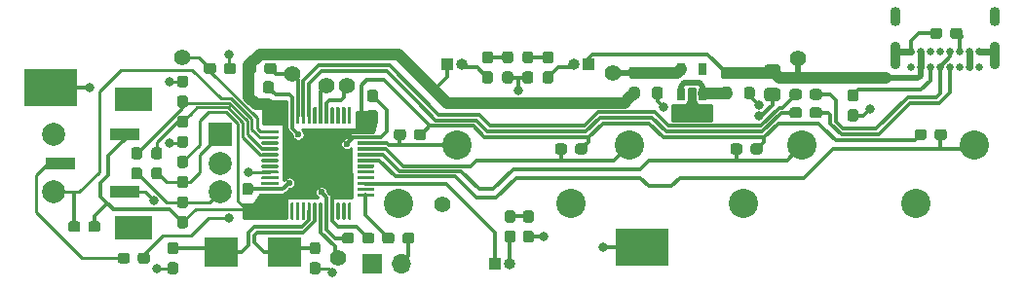
<source format=gbr>
%TF.GenerationSoftware,KiCad,Pcbnew,(5.1.6)-1*%
%TF.CreationDate,2021-06-16T19:52:11-04:00*%
%TF.ProjectId,QAZ_media,51415a5f-6d65-4646-9961-2e6b69636164,rev?*%
%TF.SameCoordinates,Original*%
%TF.FileFunction,Copper,L1,Top*%
%TF.FilePolarity,Positive*%
%FSLAX46Y46*%
G04 Gerber Fmt 4.6, Leading zero omitted, Abs format (unit mm)*
G04 Created by KiCad (PCBNEW (5.1.6)-1) date 2021-06-16 19:52:11*
%MOMM*%
%LPD*%
G01*
G04 APERTURE LIST*
%TA.AperFunction,ComponentPad*%
%ADD10C,2.540000*%
%TD*%
%TA.AperFunction,ComponentPad*%
%ADD11O,1.700000X1.700000*%
%TD*%
%TA.AperFunction,ComponentPad*%
%ADD12R,1.700000X1.700000*%
%TD*%
%TA.AperFunction,ComponentPad*%
%ADD13C,1.400000*%
%TD*%
%TA.AperFunction,SMDPad,CuDef*%
%ADD14R,2.900000X2.600000*%
%TD*%
%TA.AperFunction,SMDPad,CuDef*%
%ADD15R,0.650000X1.060000*%
%TD*%
%TA.AperFunction,SMDPad,CuDef*%
%ADD16R,4.600000X3.300000*%
%TD*%
%TA.AperFunction,ComponentPad*%
%ADD17C,2.000000*%
%TD*%
%TA.AperFunction,ComponentPad*%
%ADD18R,3.200000X2.000000*%
%TD*%
%TA.AperFunction,ComponentPad*%
%ADD19R,2.000000X2.000000*%
%TD*%
%TA.AperFunction,SMDPad,CuDef*%
%ADD20R,2.500000X1.000000*%
%TD*%
%TA.AperFunction,ComponentPad*%
%ADD21O,1.000000X1.000000*%
%TD*%
%TA.AperFunction,ComponentPad*%
%ADD22R,1.000000X1.000000*%
%TD*%
%TA.AperFunction,ComponentPad*%
%ADD23C,0.650000*%
%TD*%
%TA.AperFunction,ComponentPad*%
%ADD24O,0.900000X2.400000*%
%TD*%
%TA.AperFunction,ComponentPad*%
%ADD25O,0.900000X1.700000*%
%TD*%
%TA.AperFunction,ViaPad*%
%ADD26C,0.800000*%
%TD*%
%TA.AperFunction,ViaPad*%
%ADD27C,0.600000*%
%TD*%
%TA.AperFunction,ViaPad*%
%ADD28C,1.000000*%
%TD*%
%TA.AperFunction,Conductor*%
%ADD29C,0.300000*%
%TD*%
%TA.AperFunction,Conductor*%
%ADD30C,0.609600*%
%TD*%
%TA.AperFunction,Conductor*%
%ADD31C,0.250000*%
%TD*%
%TA.AperFunction,Conductor*%
%ADD32C,1.000000*%
%TD*%
%TA.AperFunction,Conductor*%
%ADD33C,0.500000*%
%TD*%
%TA.AperFunction,Conductor*%
%ADD34C,0.254000*%
%TD*%
G04 APERTURE END LIST*
D10*
%TO.P,SW5,1*%
%TO.N,GND*%
X129500000Y-106000000D03*
%TO.P,SW5,2*%
%TO.N,/PLAY_PAUSE*%
X134580000Y-100920000D03*
%TD*%
D11*
%TO.P,D4,2*%
%TO.N,Net-(D4-Pad2)*%
X114740000Y-111200000D03*
D12*
%TO.P,D4,1*%
%TO.N,GND*%
X112200000Y-111200000D03*
%TD*%
D13*
%TO.P,TP10,1*%
%TO.N,/SWCLK*%
X95750000Y-93250000D03*
%TD*%
%TO.P,SB2,2*%
%TO.N,+3V3*%
%TA.AperFunction,SMDPad,CuDef*%
G36*
G01*
X134762500Y-95850000D02*
X135237500Y-95850000D01*
G75*
G02*
X135475000Y-96087500I0J-237500D01*
G01*
X135475000Y-96662500D01*
G75*
G02*
X135237500Y-96900000I-237500J0D01*
G01*
X134762500Y-96900000D01*
G75*
G02*
X134525000Y-96662500I0J237500D01*
G01*
X134525000Y-96087500D01*
G75*
G02*
X134762500Y-95850000I237500J0D01*
G01*
G37*
%TD.AperFunction*%
%TO.P,SB2,1*%
%TO.N,Net-(C9-Pad1)*%
%TA.AperFunction,SMDPad,CuDef*%
G36*
G01*
X134762500Y-94100000D02*
X135237500Y-94100000D01*
G75*
G02*
X135475000Y-94337500I0J-237500D01*
G01*
X135475000Y-94912500D01*
G75*
G02*
X135237500Y-95150000I-237500J0D01*
G01*
X134762500Y-95150000D01*
G75*
G02*
X134525000Y-94912500I0J237500D01*
G01*
X134525000Y-94337500D01*
G75*
G02*
X134762500Y-94100000I237500J0D01*
G01*
G37*
%TD.AperFunction*%
%TD*%
D14*
%TO.P,Y1,2*%
%TO.N,/OSC_IN*%
X99100000Y-110250000D03*
%TO.P,Y1,1*%
%TO.N,/OSC_OUT*%
X104600000Y-110250000D03*
%TD*%
%TO.P,U2,1*%
%TO.N,+3V3*%
%TA.AperFunction,SMDPad,CuDef*%
G36*
G01*
X104825000Y-107400000D02*
X104675000Y-107400000D01*
G75*
G02*
X104600000Y-107325000I0J75000D01*
G01*
X104600000Y-106000000D01*
G75*
G02*
X104675000Y-105925000I75000J0D01*
G01*
X104825000Y-105925000D01*
G75*
G02*
X104900000Y-106000000I0J-75000D01*
G01*
X104900000Y-107325000D01*
G75*
G02*
X104825000Y-107400000I-75000J0D01*
G01*
G37*
%TD.AperFunction*%
%TO.P,U2,2*%
%TO.N,N/C*%
%TA.AperFunction,SMDPad,CuDef*%
G36*
G01*
X105325000Y-107400000D02*
X105175000Y-107400000D01*
G75*
G02*
X105100000Y-107325000I0J75000D01*
G01*
X105100000Y-106000000D01*
G75*
G02*
X105175000Y-105925000I75000J0D01*
G01*
X105325000Y-105925000D01*
G75*
G02*
X105400000Y-106000000I0J-75000D01*
G01*
X105400000Y-107325000D01*
G75*
G02*
X105325000Y-107400000I-75000J0D01*
G01*
G37*
%TD.AperFunction*%
%TO.P,U2,3*%
%TA.AperFunction,SMDPad,CuDef*%
G36*
G01*
X105825000Y-107400000D02*
X105675000Y-107400000D01*
G75*
G02*
X105600000Y-107325000I0J75000D01*
G01*
X105600000Y-106000000D01*
G75*
G02*
X105675000Y-105925000I75000J0D01*
G01*
X105825000Y-105925000D01*
G75*
G02*
X105900000Y-106000000I0J-75000D01*
G01*
X105900000Y-107325000D01*
G75*
G02*
X105825000Y-107400000I-75000J0D01*
G01*
G37*
%TD.AperFunction*%
%TO.P,U2,4*%
%TA.AperFunction,SMDPad,CuDef*%
G36*
G01*
X106325000Y-107400000D02*
X106175000Y-107400000D01*
G75*
G02*
X106100000Y-107325000I0J75000D01*
G01*
X106100000Y-106000000D01*
G75*
G02*
X106175000Y-105925000I75000J0D01*
G01*
X106325000Y-105925000D01*
G75*
G02*
X106400000Y-106000000I0J-75000D01*
G01*
X106400000Y-107325000D01*
G75*
G02*
X106325000Y-107400000I-75000J0D01*
G01*
G37*
%TD.AperFunction*%
%TO.P,U2,5*%
%TO.N,/OSC_IN*%
%TA.AperFunction,SMDPad,CuDef*%
G36*
G01*
X106825000Y-107400000D02*
X106675000Y-107400000D01*
G75*
G02*
X106600000Y-107325000I0J75000D01*
G01*
X106600000Y-106000000D01*
G75*
G02*
X106675000Y-105925000I75000J0D01*
G01*
X106825000Y-105925000D01*
G75*
G02*
X106900000Y-106000000I0J-75000D01*
G01*
X106900000Y-107325000D01*
G75*
G02*
X106825000Y-107400000I-75000J0D01*
G01*
G37*
%TD.AperFunction*%
%TO.P,U2,6*%
%TO.N,/OSC_OUT*%
%TA.AperFunction,SMDPad,CuDef*%
G36*
G01*
X107325000Y-107400000D02*
X107175000Y-107400000D01*
G75*
G02*
X107100000Y-107325000I0J75000D01*
G01*
X107100000Y-106000000D01*
G75*
G02*
X107175000Y-105925000I75000J0D01*
G01*
X107325000Y-105925000D01*
G75*
G02*
X107400000Y-106000000I0J-75000D01*
G01*
X107400000Y-107325000D01*
G75*
G02*
X107325000Y-107400000I-75000J0D01*
G01*
G37*
%TD.AperFunction*%
%TO.P,U2,7*%
%TO.N,/nRESET*%
%TA.AperFunction,SMDPad,CuDef*%
G36*
G01*
X107825000Y-107400000D02*
X107675000Y-107400000D01*
G75*
G02*
X107600000Y-107325000I0J75000D01*
G01*
X107600000Y-106000000D01*
G75*
G02*
X107675000Y-105925000I75000J0D01*
G01*
X107825000Y-105925000D01*
G75*
G02*
X107900000Y-106000000I0J-75000D01*
G01*
X107900000Y-107325000D01*
G75*
G02*
X107825000Y-107400000I-75000J0D01*
G01*
G37*
%TD.AperFunction*%
%TO.P,U2,8*%
%TO.N,GND*%
%TA.AperFunction,SMDPad,CuDef*%
G36*
G01*
X108325000Y-107400000D02*
X108175000Y-107400000D01*
G75*
G02*
X108100000Y-107325000I0J75000D01*
G01*
X108100000Y-106000000D01*
G75*
G02*
X108175000Y-105925000I75000J0D01*
G01*
X108325000Y-105925000D01*
G75*
G02*
X108400000Y-106000000I0J-75000D01*
G01*
X108400000Y-107325000D01*
G75*
G02*
X108325000Y-107400000I-75000J0D01*
G01*
G37*
%TD.AperFunction*%
%TO.P,U2,9*%
%TO.N,+3V3*%
%TA.AperFunction,SMDPad,CuDef*%
G36*
G01*
X108825000Y-107400000D02*
X108675000Y-107400000D01*
G75*
G02*
X108600000Y-107325000I0J75000D01*
G01*
X108600000Y-106000000D01*
G75*
G02*
X108675000Y-105925000I75000J0D01*
G01*
X108825000Y-105925000D01*
G75*
G02*
X108900000Y-106000000I0J-75000D01*
G01*
X108900000Y-107325000D01*
G75*
G02*
X108825000Y-107400000I-75000J0D01*
G01*
G37*
%TD.AperFunction*%
%TO.P,U2,10*%
%TO.N,N/C*%
%TA.AperFunction,SMDPad,CuDef*%
G36*
G01*
X109325000Y-107400000D02*
X109175000Y-107400000D01*
G75*
G02*
X109100000Y-107325000I0J75000D01*
G01*
X109100000Y-106000000D01*
G75*
G02*
X109175000Y-105925000I75000J0D01*
G01*
X109325000Y-105925000D01*
G75*
G02*
X109400000Y-106000000I0J-75000D01*
G01*
X109400000Y-107325000D01*
G75*
G02*
X109325000Y-107400000I-75000J0D01*
G01*
G37*
%TD.AperFunction*%
%TO.P,U2,11*%
%TA.AperFunction,SMDPad,CuDef*%
G36*
G01*
X109825000Y-107400000D02*
X109675000Y-107400000D01*
G75*
G02*
X109600000Y-107325000I0J75000D01*
G01*
X109600000Y-106000000D01*
G75*
G02*
X109675000Y-105925000I75000J0D01*
G01*
X109825000Y-105925000D01*
G75*
G02*
X109900000Y-106000000I0J-75000D01*
G01*
X109900000Y-107325000D01*
G75*
G02*
X109825000Y-107400000I-75000J0D01*
G01*
G37*
%TD.AperFunction*%
%TO.P,U2,12*%
%TA.AperFunction,SMDPad,CuDef*%
G36*
G01*
X110325000Y-107400000D02*
X110175000Y-107400000D01*
G75*
G02*
X110100000Y-107325000I0J75000D01*
G01*
X110100000Y-106000000D01*
G75*
G02*
X110175000Y-105925000I75000J0D01*
G01*
X110325000Y-105925000D01*
G75*
G02*
X110400000Y-106000000I0J-75000D01*
G01*
X110400000Y-107325000D01*
G75*
G02*
X110325000Y-107400000I-75000J0D01*
G01*
G37*
%TD.AperFunction*%
%TO.P,U2,13*%
%TO.N,/MUTE_LED*%
%TA.AperFunction,SMDPad,CuDef*%
G36*
G01*
X112325000Y-105400000D02*
X111000000Y-105400000D01*
G75*
G02*
X110925000Y-105325000I0J75000D01*
G01*
X110925000Y-105175000D01*
G75*
G02*
X111000000Y-105100000I75000J0D01*
G01*
X112325000Y-105100000D01*
G75*
G02*
X112400000Y-105175000I0J-75000D01*
G01*
X112400000Y-105325000D01*
G75*
G02*
X112325000Y-105400000I-75000J0D01*
G01*
G37*
%TD.AperFunction*%
%TO.P,U2,14*%
%TO.N,N/C*%
%TA.AperFunction,SMDPad,CuDef*%
G36*
G01*
X112325000Y-104900000D02*
X111000000Y-104900000D01*
G75*
G02*
X110925000Y-104825000I0J75000D01*
G01*
X110925000Y-104675000D01*
G75*
G02*
X111000000Y-104600000I75000J0D01*
G01*
X112325000Y-104600000D01*
G75*
G02*
X112400000Y-104675000I0J-75000D01*
G01*
X112400000Y-104825000D01*
G75*
G02*
X112325000Y-104900000I-75000J0D01*
G01*
G37*
%TD.AperFunction*%
%TO.P,U2,15*%
%TO.N,/HB_LED*%
%TA.AperFunction,SMDPad,CuDef*%
G36*
G01*
X112325000Y-104400000D02*
X111000000Y-104400000D01*
G75*
G02*
X110925000Y-104325000I0J75000D01*
G01*
X110925000Y-104175000D01*
G75*
G02*
X111000000Y-104100000I75000J0D01*
G01*
X112325000Y-104100000D01*
G75*
G02*
X112400000Y-104175000I0J-75000D01*
G01*
X112400000Y-104325000D01*
G75*
G02*
X112325000Y-104400000I-75000J0D01*
G01*
G37*
%TD.AperFunction*%
%TO.P,U2,16*%
%TO.N,N/C*%
%TA.AperFunction,SMDPad,CuDef*%
G36*
G01*
X112325000Y-103900000D02*
X111000000Y-103900000D01*
G75*
G02*
X110925000Y-103825000I0J75000D01*
G01*
X110925000Y-103675000D01*
G75*
G02*
X111000000Y-103600000I75000J0D01*
G01*
X112325000Y-103600000D01*
G75*
G02*
X112400000Y-103675000I0J-75000D01*
G01*
X112400000Y-103825000D01*
G75*
G02*
X112325000Y-103900000I-75000J0D01*
G01*
G37*
%TD.AperFunction*%
%TO.P,U2,17*%
%TA.AperFunction,SMDPad,CuDef*%
G36*
G01*
X112325000Y-103400000D02*
X111000000Y-103400000D01*
G75*
G02*
X110925000Y-103325000I0J75000D01*
G01*
X110925000Y-103175000D01*
G75*
G02*
X111000000Y-103100000I75000J0D01*
G01*
X112325000Y-103100000D01*
G75*
G02*
X112400000Y-103175000I0J-75000D01*
G01*
X112400000Y-103325000D01*
G75*
G02*
X112325000Y-103400000I-75000J0D01*
G01*
G37*
%TD.AperFunction*%
%TO.P,U2,18*%
%TA.AperFunction,SMDPad,CuDef*%
G36*
G01*
X112325000Y-102900000D02*
X111000000Y-102900000D01*
G75*
G02*
X110925000Y-102825000I0J75000D01*
G01*
X110925000Y-102675000D01*
G75*
G02*
X111000000Y-102600000I75000J0D01*
G01*
X112325000Y-102600000D01*
G75*
G02*
X112400000Y-102675000I0J-75000D01*
G01*
X112400000Y-102825000D01*
G75*
G02*
X112325000Y-102900000I-75000J0D01*
G01*
G37*
%TD.AperFunction*%
%TO.P,U2,19*%
%TO.N,/STOP*%
%TA.AperFunction,SMDPad,CuDef*%
G36*
G01*
X112325000Y-102400000D02*
X111000000Y-102400000D01*
G75*
G02*
X110925000Y-102325000I0J75000D01*
G01*
X110925000Y-102175000D01*
G75*
G02*
X111000000Y-102100000I75000J0D01*
G01*
X112325000Y-102100000D01*
G75*
G02*
X112400000Y-102175000I0J-75000D01*
G01*
X112400000Y-102325000D01*
G75*
G02*
X112325000Y-102400000I-75000J0D01*
G01*
G37*
%TD.AperFunction*%
%TO.P,U2,20*%
%TO.N,/PREVIOUS*%
%TA.AperFunction,SMDPad,CuDef*%
G36*
G01*
X112325000Y-101900000D02*
X111000000Y-101900000D01*
G75*
G02*
X110925000Y-101825000I0J75000D01*
G01*
X110925000Y-101675000D01*
G75*
G02*
X111000000Y-101600000I75000J0D01*
G01*
X112325000Y-101600000D01*
G75*
G02*
X112400000Y-101675000I0J-75000D01*
G01*
X112400000Y-101825000D01*
G75*
G02*
X112325000Y-101900000I-75000J0D01*
G01*
G37*
%TD.AperFunction*%
%TO.P,U2,21*%
%TO.N,/PLAY_PAUSE*%
%TA.AperFunction,SMDPad,CuDef*%
G36*
G01*
X112325000Y-101400000D02*
X111000000Y-101400000D01*
G75*
G02*
X110925000Y-101325000I0J75000D01*
G01*
X110925000Y-101175000D01*
G75*
G02*
X111000000Y-101100000I75000J0D01*
G01*
X112325000Y-101100000D01*
G75*
G02*
X112400000Y-101175000I0J-75000D01*
G01*
X112400000Y-101325000D01*
G75*
G02*
X112325000Y-101400000I-75000J0D01*
G01*
G37*
%TD.AperFunction*%
%TO.P,U2,22*%
%TO.N,/NEXT*%
%TA.AperFunction,SMDPad,CuDef*%
G36*
G01*
X112325000Y-100900000D02*
X111000000Y-100900000D01*
G75*
G02*
X110925000Y-100825000I0J75000D01*
G01*
X110925000Y-100675000D01*
G75*
G02*
X111000000Y-100600000I75000J0D01*
G01*
X112325000Y-100600000D01*
G75*
G02*
X112400000Y-100675000I0J-75000D01*
G01*
X112400000Y-100825000D01*
G75*
G02*
X112325000Y-100900000I-75000J0D01*
G01*
G37*
%TD.AperFunction*%
%TO.P,U2,23*%
%TO.N,GND*%
%TA.AperFunction,SMDPad,CuDef*%
G36*
G01*
X112325000Y-100400000D02*
X111000000Y-100400000D01*
G75*
G02*
X110925000Y-100325000I0J75000D01*
G01*
X110925000Y-100175000D01*
G75*
G02*
X111000000Y-100100000I75000J0D01*
G01*
X112325000Y-100100000D01*
G75*
G02*
X112400000Y-100175000I0J-75000D01*
G01*
X112400000Y-100325000D01*
G75*
G02*
X112325000Y-100400000I-75000J0D01*
G01*
G37*
%TD.AperFunction*%
%TO.P,U2,24*%
%TO.N,+3V3*%
%TA.AperFunction,SMDPad,CuDef*%
G36*
G01*
X112325000Y-99900000D02*
X111000000Y-99900000D01*
G75*
G02*
X110925000Y-99825000I0J75000D01*
G01*
X110925000Y-99675000D01*
G75*
G02*
X111000000Y-99600000I75000J0D01*
G01*
X112325000Y-99600000D01*
G75*
G02*
X112400000Y-99675000I0J-75000D01*
G01*
X112400000Y-99825000D01*
G75*
G02*
X112325000Y-99900000I-75000J0D01*
G01*
G37*
%TD.AperFunction*%
%TO.P,U2,25*%
%TO.N,N/C*%
%TA.AperFunction,SMDPad,CuDef*%
G36*
G01*
X110325000Y-99075000D02*
X110175000Y-99075000D01*
G75*
G02*
X110100000Y-99000000I0J75000D01*
G01*
X110100000Y-97675000D01*
G75*
G02*
X110175000Y-97600000I75000J0D01*
G01*
X110325000Y-97600000D01*
G75*
G02*
X110400000Y-97675000I0J-75000D01*
G01*
X110400000Y-99000000D01*
G75*
G02*
X110325000Y-99075000I-75000J0D01*
G01*
G37*
%TD.AperFunction*%
%TO.P,U2,26*%
%TA.AperFunction,SMDPad,CuDef*%
G36*
G01*
X109825000Y-99075000D02*
X109675000Y-99075000D01*
G75*
G02*
X109600000Y-99000000I0J75000D01*
G01*
X109600000Y-97675000D01*
G75*
G02*
X109675000Y-97600000I75000J0D01*
G01*
X109825000Y-97600000D01*
G75*
G02*
X109900000Y-97675000I0J-75000D01*
G01*
X109900000Y-99000000D01*
G75*
G02*
X109825000Y-99075000I-75000J0D01*
G01*
G37*
%TD.AperFunction*%
%TO.P,U2,27*%
%TA.AperFunction,SMDPad,CuDef*%
G36*
G01*
X109325000Y-99075000D02*
X109175000Y-99075000D01*
G75*
G02*
X109100000Y-99000000I0J75000D01*
G01*
X109100000Y-97675000D01*
G75*
G02*
X109175000Y-97600000I75000J0D01*
G01*
X109325000Y-97600000D01*
G75*
G02*
X109400000Y-97675000I0J-75000D01*
G01*
X109400000Y-99000000D01*
G75*
G02*
X109325000Y-99075000I-75000J0D01*
G01*
G37*
%TD.AperFunction*%
%TO.P,U2,28*%
%TA.AperFunction,SMDPad,CuDef*%
G36*
G01*
X108825000Y-99075000D02*
X108675000Y-99075000D01*
G75*
G02*
X108600000Y-99000000I0J75000D01*
G01*
X108600000Y-97675000D01*
G75*
G02*
X108675000Y-97600000I75000J0D01*
G01*
X108825000Y-97600000D01*
G75*
G02*
X108900000Y-97675000I0J-75000D01*
G01*
X108900000Y-99000000D01*
G75*
G02*
X108825000Y-99075000I-75000J0D01*
G01*
G37*
%TD.AperFunction*%
%TO.P,U2,29*%
%TO.N,/CLKOUT*%
%TA.AperFunction,SMDPad,CuDef*%
G36*
G01*
X108325000Y-99075000D02*
X108175000Y-99075000D01*
G75*
G02*
X108100000Y-99000000I0J75000D01*
G01*
X108100000Y-97675000D01*
G75*
G02*
X108175000Y-97600000I75000J0D01*
G01*
X108325000Y-97600000D01*
G75*
G02*
X108400000Y-97675000I0J-75000D01*
G01*
X108400000Y-99000000D01*
G75*
G02*
X108325000Y-99075000I-75000J0D01*
G01*
G37*
%TD.AperFunction*%
%TO.P,U2,30*%
%TO.N,/DBG_TX*%
%TA.AperFunction,SMDPad,CuDef*%
G36*
G01*
X107825000Y-99075000D02*
X107675000Y-99075000D01*
G75*
G02*
X107600000Y-99000000I0J75000D01*
G01*
X107600000Y-97675000D01*
G75*
G02*
X107675000Y-97600000I75000J0D01*
G01*
X107825000Y-97600000D01*
G75*
G02*
X107900000Y-97675000I0J-75000D01*
G01*
X107900000Y-99000000D01*
G75*
G02*
X107825000Y-99075000I-75000J0D01*
G01*
G37*
%TD.AperFunction*%
%TO.P,U2,31*%
%TO.N,N/C*%
%TA.AperFunction,SMDPad,CuDef*%
G36*
G01*
X107325000Y-99075000D02*
X107175000Y-99075000D01*
G75*
G02*
X107100000Y-99000000I0J75000D01*
G01*
X107100000Y-97675000D01*
G75*
G02*
X107175000Y-97600000I75000J0D01*
G01*
X107325000Y-97600000D01*
G75*
G02*
X107400000Y-97675000I0J-75000D01*
G01*
X107400000Y-99000000D01*
G75*
G02*
X107325000Y-99075000I-75000J0D01*
G01*
G37*
%TD.AperFunction*%
%TO.P,U2,32*%
%TO.N,/USB_D_-*%
%TA.AperFunction,SMDPad,CuDef*%
G36*
G01*
X106825000Y-99075000D02*
X106675000Y-99075000D01*
G75*
G02*
X106600000Y-99000000I0J75000D01*
G01*
X106600000Y-97675000D01*
G75*
G02*
X106675000Y-97600000I75000J0D01*
G01*
X106825000Y-97600000D01*
G75*
G02*
X106900000Y-97675000I0J-75000D01*
G01*
X106900000Y-99000000D01*
G75*
G02*
X106825000Y-99075000I-75000J0D01*
G01*
G37*
%TD.AperFunction*%
%TO.P,U2,33*%
%TO.N,/USB_D_+*%
%TA.AperFunction,SMDPad,CuDef*%
G36*
G01*
X106325000Y-99075000D02*
X106175000Y-99075000D01*
G75*
G02*
X106100000Y-99000000I0J75000D01*
G01*
X106100000Y-97675000D01*
G75*
G02*
X106175000Y-97600000I75000J0D01*
G01*
X106325000Y-97600000D01*
G75*
G02*
X106400000Y-97675000I0J-75000D01*
G01*
X106400000Y-99000000D01*
G75*
G02*
X106325000Y-99075000I-75000J0D01*
G01*
G37*
%TD.AperFunction*%
%TO.P,U2,34*%
%TO.N,/SWDIO*%
%TA.AperFunction,SMDPad,CuDef*%
G36*
G01*
X105825000Y-99075000D02*
X105675000Y-99075000D01*
G75*
G02*
X105600000Y-99000000I0J75000D01*
G01*
X105600000Y-97675000D01*
G75*
G02*
X105675000Y-97600000I75000J0D01*
G01*
X105825000Y-97600000D01*
G75*
G02*
X105900000Y-97675000I0J-75000D01*
G01*
X105900000Y-99000000D01*
G75*
G02*
X105825000Y-99075000I-75000J0D01*
G01*
G37*
%TD.AperFunction*%
%TO.P,U2,35*%
%TO.N,GND*%
%TA.AperFunction,SMDPad,CuDef*%
G36*
G01*
X105325000Y-99075000D02*
X105175000Y-99075000D01*
G75*
G02*
X105100000Y-99000000I0J75000D01*
G01*
X105100000Y-97675000D01*
G75*
G02*
X105175000Y-97600000I75000J0D01*
G01*
X105325000Y-97600000D01*
G75*
G02*
X105400000Y-97675000I0J-75000D01*
G01*
X105400000Y-99000000D01*
G75*
G02*
X105325000Y-99075000I-75000J0D01*
G01*
G37*
%TD.AperFunction*%
%TO.P,U2,36*%
%TO.N,+3V3*%
%TA.AperFunction,SMDPad,CuDef*%
G36*
G01*
X104825000Y-99075000D02*
X104675000Y-99075000D01*
G75*
G02*
X104600000Y-99000000I0J75000D01*
G01*
X104600000Y-97675000D01*
G75*
G02*
X104675000Y-97600000I75000J0D01*
G01*
X104825000Y-97600000D01*
G75*
G02*
X104900000Y-97675000I0J-75000D01*
G01*
X104900000Y-99000000D01*
G75*
G02*
X104825000Y-99075000I-75000J0D01*
G01*
G37*
%TD.AperFunction*%
%TO.P,U2,37*%
%TO.N,/SWCLK*%
%TA.AperFunction,SMDPad,CuDef*%
G36*
G01*
X104000000Y-99900000D02*
X102675000Y-99900000D01*
G75*
G02*
X102600000Y-99825000I0J75000D01*
G01*
X102600000Y-99675000D01*
G75*
G02*
X102675000Y-99600000I75000J0D01*
G01*
X104000000Y-99600000D01*
G75*
G02*
X104075000Y-99675000I0J-75000D01*
G01*
X104075000Y-99825000D01*
G75*
G02*
X104000000Y-99900000I-75000J0D01*
G01*
G37*
%TD.AperFunction*%
%TO.P,U2,38*%
%TO.N,/MUTE*%
%TA.AperFunction,SMDPad,CuDef*%
G36*
G01*
X104000000Y-100400000D02*
X102675000Y-100400000D01*
G75*
G02*
X102600000Y-100325000I0J75000D01*
G01*
X102600000Y-100175000D01*
G75*
G02*
X102675000Y-100100000I75000J0D01*
G01*
X104000000Y-100100000D01*
G75*
G02*
X104075000Y-100175000I0J-75000D01*
G01*
X104075000Y-100325000D01*
G75*
G02*
X104000000Y-100400000I-75000J0D01*
G01*
G37*
%TD.AperFunction*%
%TO.P,U2,39*%
%TO.N,N/C*%
%TA.AperFunction,SMDPad,CuDef*%
G36*
G01*
X104000000Y-100900000D02*
X102675000Y-100900000D01*
G75*
G02*
X102600000Y-100825000I0J75000D01*
G01*
X102600000Y-100675000D01*
G75*
G02*
X102675000Y-100600000I75000J0D01*
G01*
X104000000Y-100600000D01*
G75*
G02*
X104075000Y-100675000I0J-75000D01*
G01*
X104075000Y-100825000D01*
G75*
G02*
X104000000Y-100900000I-75000J0D01*
G01*
G37*
%TD.AperFunction*%
%TO.P,U2,40*%
%TO.N,/ROT_B*%
%TA.AperFunction,SMDPad,CuDef*%
G36*
G01*
X104000000Y-101400000D02*
X102675000Y-101400000D01*
G75*
G02*
X102600000Y-101325000I0J75000D01*
G01*
X102600000Y-101175000D01*
G75*
G02*
X102675000Y-101100000I75000J0D01*
G01*
X104000000Y-101100000D01*
G75*
G02*
X104075000Y-101175000I0J-75000D01*
G01*
X104075000Y-101325000D01*
G75*
G02*
X104000000Y-101400000I-75000J0D01*
G01*
G37*
%TD.AperFunction*%
%TO.P,U2,41*%
%TO.N,/ROT_A*%
%TA.AperFunction,SMDPad,CuDef*%
G36*
G01*
X104000000Y-101900000D02*
X102675000Y-101900000D01*
G75*
G02*
X102600000Y-101825000I0J75000D01*
G01*
X102600000Y-101675000D01*
G75*
G02*
X102675000Y-101600000I75000J0D01*
G01*
X104000000Y-101600000D01*
G75*
G02*
X104075000Y-101675000I0J-75000D01*
G01*
X104075000Y-101825000D01*
G75*
G02*
X104000000Y-101900000I-75000J0D01*
G01*
G37*
%TD.AperFunction*%
%TO.P,U2,42*%
%TO.N,N/C*%
%TA.AperFunction,SMDPad,CuDef*%
G36*
G01*
X104000000Y-102400000D02*
X102675000Y-102400000D01*
G75*
G02*
X102600000Y-102325000I0J75000D01*
G01*
X102600000Y-102175000D01*
G75*
G02*
X102675000Y-102100000I75000J0D01*
G01*
X104000000Y-102100000D01*
G75*
G02*
X104075000Y-102175000I0J-75000D01*
G01*
X104075000Y-102325000D01*
G75*
G02*
X104000000Y-102400000I-75000J0D01*
G01*
G37*
%TD.AperFunction*%
%TO.P,U2,43*%
%TA.AperFunction,SMDPad,CuDef*%
G36*
G01*
X104000000Y-102900000D02*
X102675000Y-102900000D01*
G75*
G02*
X102600000Y-102825000I0J75000D01*
G01*
X102600000Y-102675000D01*
G75*
G02*
X102675000Y-102600000I75000J0D01*
G01*
X104000000Y-102600000D01*
G75*
G02*
X104075000Y-102675000I0J-75000D01*
G01*
X104075000Y-102825000D01*
G75*
G02*
X104000000Y-102900000I-75000J0D01*
G01*
G37*
%TD.AperFunction*%
%TO.P,U2,44*%
%TO.N,/BOOT0*%
%TA.AperFunction,SMDPad,CuDef*%
G36*
G01*
X104000000Y-103400000D02*
X102675000Y-103400000D01*
G75*
G02*
X102600000Y-103325000I0J75000D01*
G01*
X102600000Y-103175000D01*
G75*
G02*
X102675000Y-103100000I75000J0D01*
G01*
X104000000Y-103100000D01*
G75*
G02*
X104075000Y-103175000I0J-75000D01*
G01*
X104075000Y-103325000D01*
G75*
G02*
X104000000Y-103400000I-75000J0D01*
G01*
G37*
%TD.AperFunction*%
%TO.P,U2,45*%
%TO.N,N/C*%
%TA.AperFunction,SMDPad,CuDef*%
G36*
G01*
X104000000Y-103900000D02*
X102675000Y-103900000D01*
G75*
G02*
X102600000Y-103825000I0J75000D01*
G01*
X102600000Y-103675000D01*
G75*
G02*
X102675000Y-103600000I75000J0D01*
G01*
X104000000Y-103600000D01*
G75*
G02*
X104075000Y-103675000I0J-75000D01*
G01*
X104075000Y-103825000D01*
G75*
G02*
X104000000Y-103900000I-75000J0D01*
G01*
G37*
%TD.AperFunction*%
%TO.P,U2,46*%
%TA.AperFunction,SMDPad,CuDef*%
G36*
G01*
X104000000Y-104400000D02*
X102675000Y-104400000D01*
G75*
G02*
X102600000Y-104325000I0J75000D01*
G01*
X102600000Y-104175000D01*
G75*
G02*
X102675000Y-104100000I75000J0D01*
G01*
X104000000Y-104100000D01*
G75*
G02*
X104075000Y-104175000I0J-75000D01*
G01*
X104075000Y-104325000D01*
G75*
G02*
X104000000Y-104400000I-75000J0D01*
G01*
G37*
%TD.AperFunction*%
%TO.P,U2,47*%
%TO.N,GND*%
%TA.AperFunction,SMDPad,CuDef*%
G36*
G01*
X104000000Y-104900000D02*
X102675000Y-104900000D01*
G75*
G02*
X102600000Y-104825000I0J75000D01*
G01*
X102600000Y-104675000D01*
G75*
G02*
X102675000Y-104600000I75000J0D01*
G01*
X104000000Y-104600000D01*
G75*
G02*
X104075000Y-104675000I0J-75000D01*
G01*
X104075000Y-104825000D01*
G75*
G02*
X104000000Y-104900000I-75000J0D01*
G01*
G37*
%TD.AperFunction*%
%TO.P,U2,48*%
%TO.N,+3V3*%
%TA.AperFunction,SMDPad,CuDef*%
G36*
G01*
X104000000Y-105400000D02*
X102675000Y-105400000D01*
G75*
G02*
X102600000Y-105325000I0J75000D01*
G01*
X102600000Y-105175000D01*
G75*
G02*
X102675000Y-105100000I75000J0D01*
G01*
X104000000Y-105100000D01*
G75*
G02*
X104075000Y-105175000I0J-75000D01*
G01*
X104075000Y-105325000D01*
G75*
G02*
X104000000Y-105400000I-75000J0D01*
G01*
G37*
%TD.AperFunction*%
%TD*%
D15*
%TO.P,U1,5*%
%TO.N,Net-(C9-Pad1)*%
X139050000Y-94300000D03*
%TO.P,U1,4*%
%TO.N,N/C*%
X140950000Y-94300000D03*
%TO.P,U1,3*%
%TO.N,Net-(SB1-Pad2)*%
X140950000Y-96500000D03*
%TO.P,U1,2*%
%TO.N,GND*%
X140000000Y-96500000D03*
%TO.P,U1,1*%
%TO.N,Net-(SB1-Pad2)*%
X139050000Y-96500000D03*
%TD*%
D13*
%TO.P,TP9,1*%
%TO.N,/SWDIO*%
X105250000Y-94750000D03*
%TD*%
%TO.P,TP8,1*%
%TO.N,/DBG_TX*%
X108250000Y-95750000D03*
%TD*%
%TO.P,TP7,1*%
%TO.N,/CLKOUT*%
X110000000Y-95750000D03*
%TD*%
%TO.P,TP6,1*%
%TO.N,/nRESET*%
X109250000Y-110750000D03*
%TD*%
%TO.P,TP5,1*%
%TO.N,Net-(C9-Pad1)*%
X133100000Y-94600000D03*
%TD*%
%TO.P,TP4,1*%
%TO.N,GND*%
X118300000Y-106100000D03*
%TD*%
D16*
%TO.P,TP3,1*%
%TO.N,GND*%
X84300000Y-95900000D03*
%TD*%
%TO.P,TP2,1*%
%TO.N,GND*%
X135700000Y-109800000D03*
%TD*%
D13*
%TO.P,TP1,1*%
%TO.N,+5V*%
X149200000Y-93400000D03*
%TD*%
D10*
%TO.P,SW6,1*%
%TO.N,GND*%
X114500000Y-106000000D03*
%TO.P,SW6,2*%
%TO.N,/NEXT*%
X119580000Y-100920000D03*
%TD*%
D17*
%TO.P,SW4,S1*%
%TO.N,/MUTE*%
X84500000Y-105000000D03*
%TO.P,SW4,S2*%
%TO.N,GND*%
X84500000Y-100000000D03*
D18*
%TO.P,SW4,MP*%
%TO.N,N/C*%
X91500000Y-108100000D03*
X91500000Y-96900000D03*
D17*
%TO.P,SW4,B*%
%TO.N,Net-(R11-Pad2)*%
X99000000Y-105000000D03*
%TO.P,SW4,C*%
%TO.N,GND*%
X99000000Y-102500000D03*
D19*
%TO.P,SW4,A*%
%TO.N,Net-(R10-Pad2)*%
X99000000Y-100000000D03*
%TD*%
D10*
%TO.P,SW3,1*%
%TO.N,GND*%
X144500000Y-106000000D03*
%TO.P,SW3,2*%
%TO.N,/PREVIOUS*%
X149580000Y-100920000D03*
%TD*%
%TO.P,SW2,1*%
%TO.N,GND*%
X159500000Y-106000000D03*
%TO.P,SW2,2*%
%TO.N,/STOP*%
X164580000Y-100920000D03*
%TD*%
D20*
%TO.P,SW1,2*%
%TO.N,Net-(R2-Pad2)*%
X85100000Y-102500000D03*
%TO.P,SW1,3*%
%TO.N,+3V3*%
X90700000Y-100000000D03*
%TO.P,SW1,1*%
%TO.N,GND*%
X90700000Y-105000000D03*
%TD*%
%TO.P,SB4,2*%
%TO.N,/USB_D_-*%
%TA.AperFunction,SMDPad,CuDef*%
G36*
G01*
X149550000Y-97862500D02*
X149550000Y-98337500D01*
G75*
G02*
X149312500Y-98575000I-237500J0D01*
G01*
X148737500Y-98575000D01*
G75*
G02*
X148500000Y-98337500I0J237500D01*
G01*
X148500000Y-97862500D01*
G75*
G02*
X148737500Y-97625000I237500J0D01*
G01*
X149312500Y-97625000D01*
G75*
G02*
X149550000Y-97862500I0J-237500D01*
G01*
G37*
%TD.AperFunction*%
%TO.P,SB4,1*%
%TO.N,/USB_D-*%
%TA.AperFunction,SMDPad,CuDef*%
G36*
G01*
X151300000Y-97862500D02*
X151300000Y-98337500D01*
G75*
G02*
X151062500Y-98575000I-237500J0D01*
G01*
X150487500Y-98575000D01*
G75*
G02*
X150250000Y-98337500I0J237500D01*
G01*
X150250000Y-97862500D01*
G75*
G02*
X150487500Y-97625000I237500J0D01*
G01*
X151062500Y-97625000D01*
G75*
G02*
X151300000Y-97862500I0J-237500D01*
G01*
G37*
%TD.AperFunction*%
%TD*%
%TO.P,SB3,2*%
%TO.N,/USB_D_+*%
%TA.AperFunction,SMDPad,CuDef*%
G36*
G01*
X149550000Y-96262500D02*
X149550000Y-96737500D01*
G75*
G02*
X149312500Y-96975000I-237500J0D01*
G01*
X148737500Y-96975000D01*
G75*
G02*
X148500000Y-96737500I0J237500D01*
G01*
X148500000Y-96262500D01*
G75*
G02*
X148737500Y-96025000I237500J0D01*
G01*
X149312500Y-96025000D01*
G75*
G02*
X149550000Y-96262500I0J-237500D01*
G01*
G37*
%TD.AperFunction*%
%TO.P,SB3,1*%
%TO.N,/USB_D+*%
%TA.AperFunction,SMDPad,CuDef*%
G36*
G01*
X151300000Y-96262500D02*
X151300000Y-96737500D01*
G75*
G02*
X151062500Y-96975000I-237500J0D01*
G01*
X150487500Y-96975000D01*
G75*
G02*
X150250000Y-96737500I0J237500D01*
G01*
X150250000Y-96262500D01*
G75*
G02*
X150487500Y-96025000I237500J0D01*
G01*
X151062500Y-96025000D01*
G75*
G02*
X151300000Y-96262500I0J-237500D01*
G01*
G37*
%TD.AperFunction*%
%TD*%
%TO.P,SB1,2*%
%TO.N,Net-(SB1-Pad2)*%
%TA.AperFunction,SMDPad,CuDef*%
G36*
G01*
X142762500Y-95850000D02*
X143237500Y-95850000D01*
G75*
G02*
X143475000Y-96087500I0J-237500D01*
G01*
X143475000Y-96662500D01*
G75*
G02*
X143237500Y-96900000I-237500J0D01*
G01*
X142762500Y-96900000D01*
G75*
G02*
X142525000Y-96662500I0J237500D01*
G01*
X142525000Y-96087500D01*
G75*
G02*
X142762500Y-95850000I237500J0D01*
G01*
G37*
%TD.AperFunction*%
%TO.P,SB1,1*%
%TO.N,+5V*%
%TA.AperFunction,SMDPad,CuDef*%
G36*
G01*
X142762500Y-94100000D02*
X143237500Y-94100000D01*
G75*
G02*
X143475000Y-94337500I0J-237500D01*
G01*
X143475000Y-94912500D01*
G75*
G02*
X143237500Y-95150000I-237500J0D01*
G01*
X142762500Y-95150000D01*
G75*
G02*
X142525000Y-94912500I0J237500D01*
G01*
X142525000Y-94337500D01*
G75*
G02*
X142762500Y-94100000I237500J0D01*
G01*
G37*
%TD.AperFunction*%
%TD*%
%TO.P,R18,2*%
%TO.N,/NEXT*%
%TA.AperFunction,SMDPad,CuDef*%
G36*
G01*
X115150000Y-99762500D02*
X115150000Y-100237500D01*
G75*
G02*
X114912500Y-100475000I-237500J0D01*
G01*
X114337500Y-100475000D01*
G75*
G02*
X114100000Y-100237500I0J237500D01*
G01*
X114100000Y-99762500D01*
G75*
G02*
X114337500Y-99525000I237500J0D01*
G01*
X114912500Y-99525000D01*
G75*
G02*
X115150000Y-99762500I0J-237500D01*
G01*
G37*
%TD.AperFunction*%
%TO.P,R18,1*%
%TO.N,+3V3*%
%TA.AperFunction,SMDPad,CuDef*%
G36*
G01*
X116900000Y-99762500D02*
X116900000Y-100237500D01*
G75*
G02*
X116662500Y-100475000I-237500J0D01*
G01*
X116087500Y-100475000D01*
G75*
G02*
X115850000Y-100237500I0J237500D01*
G01*
X115850000Y-99762500D01*
G75*
G02*
X116087500Y-99525000I237500J0D01*
G01*
X116662500Y-99525000D01*
G75*
G02*
X116900000Y-99762500I0J-237500D01*
G01*
G37*
%TD.AperFunction*%
%TD*%
%TO.P,R17,2*%
%TO.N,/MUTE*%
%TA.AperFunction,SMDPad,CuDef*%
G36*
G01*
X86850000Y-107762500D02*
X86850000Y-108237500D01*
G75*
G02*
X86612500Y-108475000I-237500J0D01*
G01*
X86037500Y-108475000D01*
G75*
G02*
X85800000Y-108237500I0J237500D01*
G01*
X85800000Y-107762500D01*
G75*
G02*
X86037500Y-107525000I237500J0D01*
G01*
X86612500Y-107525000D01*
G75*
G02*
X86850000Y-107762500I0J-237500D01*
G01*
G37*
%TD.AperFunction*%
%TO.P,R17,1*%
%TO.N,+3V3*%
%TA.AperFunction,SMDPad,CuDef*%
G36*
G01*
X88600000Y-107762500D02*
X88600000Y-108237500D01*
G75*
G02*
X88362500Y-108475000I-237500J0D01*
G01*
X87787500Y-108475000D01*
G75*
G02*
X87550000Y-108237500I0J237500D01*
G01*
X87550000Y-107762500D01*
G75*
G02*
X87787500Y-107525000I237500J0D01*
G01*
X88362500Y-107525000D01*
G75*
G02*
X88600000Y-107762500I0J-237500D01*
G01*
G37*
%TD.AperFunction*%
%TD*%
%TO.P,R16,2*%
%TO.N,Net-(CN1-PadB5)*%
%TA.AperFunction,SMDPad,CuDef*%
G36*
G01*
X162450000Y-91437500D02*
X162450000Y-90962500D01*
G75*
G02*
X162687500Y-90725000I237500J0D01*
G01*
X163262500Y-90725000D01*
G75*
G02*
X163500000Y-90962500I0J-237500D01*
G01*
X163500000Y-91437500D01*
G75*
G02*
X163262500Y-91675000I-237500J0D01*
G01*
X162687500Y-91675000D01*
G75*
G02*
X162450000Y-91437500I0J237500D01*
G01*
G37*
%TD.AperFunction*%
%TO.P,R16,1*%
%TO.N,GND*%
%TA.AperFunction,SMDPad,CuDef*%
G36*
G01*
X160700000Y-91437500D02*
X160700000Y-90962500D01*
G75*
G02*
X160937500Y-90725000I237500J0D01*
G01*
X161512500Y-90725000D01*
G75*
G02*
X161750000Y-90962500I0J-237500D01*
G01*
X161750000Y-91437500D01*
G75*
G02*
X161512500Y-91675000I-237500J0D01*
G01*
X160937500Y-91675000D01*
G75*
G02*
X160700000Y-91437500I0J237500D01*
G01*
G37*
%TD.AperFunction*%
%TD*%
%TO.P,R15,2*%
%TO.N,/PLAY_PAUSE*%
%TA.AperFunction,SMDPad,CuDef*%
G36*
G01*
X129150000Y-101012500D02*
X129150000Y-101487500D01*
G75*
G02*
X128912500Y-101725000I-237500J0D01*
G01*
X128337500Y-101725000D01*
G75*
G02*
X128100000Y-101487500I0J237500D01*
G01*
X128100000Y-101012500D01*
G75*
G02*
X128337500Y-100775000I237500J0D01*
G01*
X128912500Y-100775000D01*
G75*
G02*
X129150000Y-101012500I0J-237500D01*
G01*
G37*
%TD.AperFunction*%
%TO.P,R15,1*%
%TO.N,+3V3*%
%TA.AperFunction,SMDPad,CuDef*%
G36*
G01*
X130900000Y-101012500D02*
X130900000Y-101487500D01*
G75*
G02*
X130662500Y-101725000I-237500J0D01*
G01*
X130087500Y-101725000D01*
G75*
G02*
X129850000Y-101487500I0J237500D01*
G01*
X129850000Y-101012500D01*
G75*
G02*
X130087500Y-100775000I237500J0D01*
G01*
X130662500Y-100775000D01*
G75*
G02*
X130900000Y-101012500I0J-237500D01*
G01*
G37*
%TD.AperFunction*%
%TD*%
%TO.P,R14,2*%
%TO.N,Net-(R11-Pad2)*%
%TA.AperFunction,SMDPad,CuDef*%
G36*
G01*
X95987500Y-106400000D02*
X95512500Y-106400000D01*
G75*
G02*
X95275000Y-106162500I0J237500D01*
G01*
X95275000Y-105587500D01*
G75*
G02*
X95512500Y-105350000I237500J0D01*
G01*
X95987500Y-105350000D01*
G75*
G02*
X96225000Y-105587500I0J-237500D01*
G01*
X96225000Y-106162500D01*
G75*
G02*
X95987500Y-106400000I-237500J0D01*
G01*
G37*
%TD.AperFunction*%
%TO.P,R14,1*%
%TO.N,+3V3*%
%TA.AperFunction,SMDPad,CuDef*%
G36*
G01*
X95987500Y-108150000D02*
X95512500Y-108150000D01*
G75*
G02*
X95275000Y-107912500I0J237500D01*
G01*
X95275000Y-107337500D01*
G75*
G02*
X95512500Y-107100000I237500J0D01*
G01*
X95987500Y-107100000D01*
G75*
G02*
X96225000Y-107337500I0J-237500D01*
G01*
X96225000Y-107912500D01*
G75*
G02*
X95987500Y-108150000I-237500J0D01*
G01*
G37*
%TD.AperFunction*%
%TD*%
%TO.P,R13,2*%
%TO.N,/PREVIOUS*%
%TA.AperFunction,SMDPad,CuDef*%
G36*
G01*
X144400000Y-101012500D02*
X144400000Y-101487500D01*
G75*
G02*
X144162500Y-101725000I-237500J0D01*
G01*
X143587500Y-101725000D01*
G75*
G02*
X143350000Y-101487500I0J237500D01*
G01*
X143350000Y-101012500D01*
G75*
G02*
X143587500Y-100775000I237500J0D01*
G01*
X144162500Y-100775000D01*
G75*
G02*
X144400000Y-101012500I0J-237500D01*
G01*
G37*
%TD.AperFunction*%
%TO.P,R13,1*%
%TO.N,+3V3*%
%TA.AperFunction,SMDPad,CuDef*%
G36*
G01*
X146150000Y-101012500D02*
X146150000Y-101487500D01*
G75*
G02*
X145912500Y-101725000I-237500J0D01*
G01*
X145337500Y-101725000D01*
G75*
G02*
X145100000Y-101487500I0J237500D01*
G01*
X145100000Y-101012500D01*
G75*
G02*
X145337500Y-100775000I237500J0D01*
G01*
X145912500Y-100775000D01*
G75*
G02*
X146150000Y-101012500I0J-237500D01*
G01*
G37*
%TD.AperFunction*%
%TD*%
%TO.P,R12,2*%
%TO.N,Net-(R10-Pad2)*%
%TA.AperFunction,SMDPad,CuDef*%
G36*
G01*
X95512500Y-103600000D02*
X95987500Y-103600000D01*
G75*
G02*
X96225000Y-103837500I0J-237500D01*
G01*
X96225000Y-104412500D01*
G75*
G02*
X95987500Y-104650000I-237500J0D01*
G01*
X95512500Y-104650000D01*
G75*
G02*
X95275000Y-104412500I0J237500D01*
G01*
X95275000Y-103837500D01*
G75*
G02*
X95512500Y-103600000I237500J0D01*
G01*
G37*
%TD.AperFunction*%
%TO.P,R12,1*%
%TO.N,+3V3*%
%TA.AperFunction,SMDPad,CuDef*%
G36*
G01*
X95512500Y-101850000D02*
X95987500Y-101850000D01*
G75*
G02*
X96225000Y-102087500I0J-237500D01*
G01*
X96225000Y-102662500D01*
G75*
G02*
X95987500Y-102900000I-237500J0D01*
G01*
X95512500Y-102900000D01*
G75*
G02*
X95275000Y-102662500I0J237500D01*
G01*
X95275000Y-102087500D01*
G75*
G02*
X95512500Y-101850000I237500J0D01*
G01*
G37*
%TD.AperFunction*%
%TD*%
%TO.P,R11,2*%
%TO.N,Net-(R11-Pad2)*%
%TA.AperFunction,SMDPad,CuDef*%
G36*
G01*
X91512500Y-102850000D02*
X91987500Y-102850000D01*
G75*
G02*
X92225000Y-103087500I0J-237500D01*
G01*
X92225000Y-103662500D01*
G75*
G02*
X91987500Y-103900000I-237500J0D01*
G01*
X91512500Y-103900000D01*
G75*
G02*
X91275000Y-103662500I0J237500D01*
G01*
X91275000Y-103087500D01*
G75*
G02*
X91512500Y-102850000I237500J0D01*
G01*
G37*
%TD.AperFunction*%
%TO.P,R11,1*%
%TO.N,/ROT_B*%
%TA.AperFunction,SMDPad,CuDef*%
G36*
G01*
X91512500Y-101100000D02*
X91987500Y-101100000D01*
G75*
G02*
X92225000Y-101337500I0J-237500D01*
G01*
X92225000Y-101912500D01*
G75*
G02*
X91987500Y-102150000I-237500J0D01*
G01*
X91512500Y-102150000D01*
G75*
G02*
X91275000Y-101912500I0J237500D01*
G01*
X91275000Y-101337500D01*
G75*
G02*
X91512500Y-101100000I237500J0D01*
G01*
G37*
%TD.AperFunction*%
%TD*%
%TO.P,R10,2*%
%TO.N,Net-(R10-Pad2)*%
%TA.AperFunction,SMDPad,CuDef*%
G36*
G01*
X93262500Y-102850000D02*
X93737500Y-102850000D01*
G75*
G02*
X93975000Y-103087500I0J-237500D01*
G01*
X93975000Y-103662500D01*
G75*
G02*
X93737500Y-103900000I-237500J0D01*
G01*
X93262500Y-103900000D01*
G75*
G02*
X93025000Y-103662500I0J237500D01*
G01*
X93025000Y-103087500D01*
G75*
G02*
X93262500Y-102850000I237500J0D01*
G01*
G37*
%TD.AperFunction*%
%TO.P,R10,1*%
%TO.N,/ROT_A*%
%TA.AperFunction,SMDPad,CuDef*%
G36*
G01*
X93262500Y-101100000D02*
X93737500Y-101100000D01*
G75*
G02*
X93975000Y-101337500I0J-237500D01*
G01*
X93975000Y-101912500D01*
G75*
G02*
X93737500Y-102150000I-237500J0D01*
G01*
X93262500Y-102150000D01*
G75*
G02*
X93025000Y-101912500I0J237500D01*
G01*
X93025000Y-101337500D01*
G75*
G02*
X93262500Y-101100000I237500J0D01*
G01*
G37*
%TD.AperFunction*%
%TD*%
%TO.P,R9,2*%
%TO.N,GND*%
%TA.AperFunction,SMDPad,CuDef*%
G36*
G01*
X153762500Y-97800000D02*
X154237500Y-97800000D01*
G75*
G02*
X154475000Y-98037500I0J-237500D01*
G01*
X154475000Y-98612500D01*
G75*
G02*
X154237500Y-98850000I-237500J0D01*
G01*
X153762500Y-98850000D01*
G75*
G02*
X153525000Y-98612500I0J237500D01*
G01*
X153525000Y-98037500D01*
G75*
G02*
X153762500Y-97800000I237500J0D01*
G01*
G37*
%TD.AperFunction*%
%TO.P,R9,1*%
%TO.N,Net-(CN1-PadA5)*%
%TA.AperFunction,SMDPad,CuDef*%
G36*
G01*
X153762500Y-96050000D02*
X154237500Y-96050000D01*
G75*
G02*
X154475000Y-96287500I0J-237500D01*
G01*
X154475000Y-96862500D01*
G75*
G02*
X154237500Y-97100000I-237500J0D01*
G01*
X153762500Y-97100000D01*
G75*
G02*
X153525000Y-96862500I0J237500D01*
G01*
X153525000Y-96287500D01*
G75*
G02*
X153762500Y-96050000I237500J0D01*
G01*
G37*
%TD.AperFunction*%
%TD*%
%TO.P,R8,2*%
%TO.N,/STOP*%
%TA.AperFunction,SMDPad,CuDef*%
G36*
G01*
X161100000Y-100237500D02*
X161100000Y-99762500D01*
G75*
G02*
X161337500Y-99525000I237500J0D01*
G01*
X161912500Y-99525000D01*
G75*
G02*
X162150000Y-99762500I0J-237500D01*
G01*
X162150000Y-100237500D01*
G75*
G02*
X161912500Y-100475000I-237500J0D01*
G01*
X161337500Y-100475000D01*
G75*
G02*
X161100000Y-100237500I0J237500D01*
G01*
G37*
%TD.AperFunction*%
%TO.P,R8,1*%
%TO.N,+3V3*%
%TA.AperFunction,SMDPad,CuDef*%
G36*
G01*
X159350000Y-100237500D02*
X159350000Y-99762500D01*
G75*
G02*
X159587500Y-99525000I237500J0D01*
G01*
X160162500Y-99525000D01*
G75*
G02*
X160400000Y-99762500I0J-237500D01*
G01*
X160400000Y-100237500D01*
G75*
G02*
X160162500Y-100475000I-237500J0D01*
G01*
X159587500Y-100475000D01*
G75*
G02*
X159350000Y-100237500I0J237500D01*
G01*
G37*
%TD.AperFunction*%
%TD*%
%TO.P,R7,2*%
%TO.N,GND*%
%TA.AperFunction,SMDPad,CuDef*%
G36*
G01*
X99350000Y-94487500D02*
X99350000Y-94012500D01*
G75*
G02*
X99587500Y-93775000I237500J0D01*
G01*
X100162500Y-93775000D01*
G75*
G02*
X100400000Y-94012500I0J-237500D01*
G01*
X100400000Y-94487500D01*
G75*
G02*
X100162500Y-94725000I-237500J0D01*
G01*
X99587500Y-94725000D01*
G75*
G02*
X99350000Y-94487500I0J237500D01*
G01*
G37*
%TD.AperFunction*%
%TO.P,R7,1*%
%TO.N,/SWCLK*%
%TA.AperFunction,SMDPad,CuDef*%
G36*
G01*
X97600000Y-94487500D02*
X97600000Y-94012500D01*
G75*
G02*
X97837500Y-93775000I237500J0D01*
G01*
X98412500Y-93775000D01*
G75*
G02*
X98650000Y-94012500I0J-237500D01*
G01*
X98650000Y-94487500D01*
G75*
G02*
X98412500Y-94725000I-237500J0D01*
G01*
X97837500Y-94725000D01*
G75*
G02*
X97600000Y-94487500I0J237500D01*
G01*
G37*
%TD.AperFunction*%
%TD*%
%TO.P,R6,2*%
%TO.N,/SWDIO*%
%TA.AperFunction,SMDPad,CuDef*%
G36*
G01*
X102850000Y-94487500D02*
X102850000Y-94012500D01*
G75*
G02*
X103087500Y-93775000I237500J0D01*
G01*
X103662500Y-93775000D01*
G75*
G02*
X103900000Y-94012500I0J-237500D01*
G01*
X103900000Y-94487500D01*
G75*
G02*
X103662500Y-94725000I-237500J0D01*
G01*
X103087500Y-94725000D01*
G75*
G02*
X102850000Y-94487500I0J237500D01*
G01*
G37*
%TD.AperFunction*%
%TO.P,R6,1*%
%TO.N,+3V3*%
%TA.AperFunction,SMDPad,CuDef*%
G36*
G01*
X101100000Y-94487500D02*
X101100000Y-94012500D01*
G75*
G02*
X101337500Y-93775000I237500J0D01*
G01*
X101912500Y-93775000D01*
G75*
G02*
X102150000Y-94012500I0J-237500D01*
G01*
X102150000Y-94487500D01*
G75*
G02*
X101912500Y-94725000I-237500J0D01*
G01*
X101337500Y-94725000D01*
G75*
G02*
X101100000Y-94487500I0J237500D01*
G01*
G37*
%TD.AperFunction*%
%TD*%
%TO.P,R5,2*%
%TO.N,Net-(D4-Pad2)*%
%TA.AperFunction,SMDPad,CuDef*%
G36*
G01*
X114850000Y-109237500D02*
X114850000Y-108762500D01*
G75*
G02*
X115087500Y-108525000I237500J0D01*
G01*
X115662500Y-108525000D01*
G75*
G02*
X115900000Y-108762500I0J-237500D01*
G01*
X115900000Y-109237500D01*
G75*
G02*
X115662500Y-109475000I-237500J0D01*
G01*
X115087500Y-109475000D01*
G75*
G02*
X114850000Y-109237500I0J237500D01*
G01*
G37*
%TD.AperFunction*%
%TO.P,R5,1*%
%TO.N,/MUTE_LED*%
%TA.AperFunction,SMDPad,CuDef*%
G36*
G01*
X113100000Y-109237500D02*
X113100000Y-108762500D01*
G75*
G02*
X113337500Y-108525000I237500J0D01*
G01*
X113912500Y-108525000D01*
G75*
G02*
X114150000Y-108762500I0J-237500D01*
G01*
X114150000Y-109237500D01*
G75*
G02*
X113912500Y-109475000I-237500J0D01*
G01*
X113337500Y-109475000D01*
G75*
G02*
X113100000Y-109237500I0J237500D01*
G01*
G37*
%TD.AperFunction*%
%TD*%
%TO.P,R4,2*%
%TO.N,Net-(D3-Pad2)*%
%TA.AperFunction,SMDPad,CuDef*%
G36*
G01*
X124437500Y-107650000D02*
X123962500Y-107650000D01*
G75*
G02*
X123725000Y-107412500I0J237500D01*
G01*
X123725000Y-106837500D01*
G75*
G02*
X123962500Y-106600000I237500J0D01*
G01*
X124437500Y-106600000D01*
G75*
G02*
X124675000Y-106837500I0J-237500D01*
G01*
X124675000Y-107412500D01*
G75*
G02*
X124437500Y-107650000I-237500J0D01*
G01*
G37*
%TD.AperFunction*%
%TO.P,R4,1*%
%TO.N,Net-(JP3-Pad2)*%
%TA.AperFunction,SMDPad,CuDef*%
G36*
G01*
X124437500Y-109400000D02*
X123962500Y-109400000D01*
G75*
G02*
X123725000Y-109162500I0J237500D01*
G01*
X123725000Y-108587500D01*
G75*
G02*
X123962500Y-108350000I237500J0D01*
G01*
X124437500Y-108350000D01*
G75*
G02*
X124675000Y-108587500I0J-237500D01*
G01*
X124675000Y-109162500D01*
G75*
G02*
X124437500Y-109400000I-237500J0D01*
G01*
G37*
%TD.AperFunction*%
%TD*%
%TO.P,R3,2*%
%TO.N,Net-(D2-Pad2)*%
%TA.AperFunction,SMDPad,CuDef*%
G36*
G01*
X122487500Y-93800000D02*
X122012500Y-93800000D01*
G75*
G02*
X121775000Y-93562500I0J237500D01*
G01*
X121775000Y-92987500D01*
G75*
G02*
X122012500Y-92750000I237500J0D01*
G01*
X122487500Y-92750000D01*
G75*
G02*
X122725000Y-92987500I0J-237500D01*
G01*
X122725000Y-93562500D01*
G75*
G02*
X122487500Y-93800000I-237500J0D01*
G01*
G37*
%TD.AperFunction*%
%TO.P,R3,1*%
%TO.N,Net-(JP2-Pad2)*%
%TA.AperFunction,SMDPad,CuDef*%
G36*
G01*
X122487500Y-95550000D02*
X122012500Y-95550000D01*
G75*
G02*
X121775000Y-95312500I0J237500D01*
G01*
X121775000Y-94737500D01*
G75*
G02*
X122012500Y-94500000I237500J0D01*
G01*
X122487500Y-94500000D01*
G75*
G02*
X122725000Y-94737500I0J-237500D01*
G01*
X122725000Y-95312500D01*
G75*
G02*
X122487500Y-95550000I-237500J0D01*
G01*
G37*
%TD.AperFunction*%
%TD*%
%TO.P,R2,2*%
%TO.N,Net-(R2-Pad2)*%
%TA.AperFunction,SMDPad,CuDef*%
G36*
G01*
X91150000Y-110512500D02*
X91150000Y-110987500D01*
G75*
G02*
X90912500Y-111225000I-237500J0D01*
G01*
X90337500Y-111225000D01*
G75*
G02*
X90100000Y-110987500I0J237500D01*
G01*
X90100000Y-110512500D01*
G75*
G02*
X90337500Y-110275000I237500J0D01*
G01*
X90912500Y-110275000D01*
G75*
G02*
X91150000Y-110512500I0J-237500D01*
G01*
G37*
%TD.AperFunction*%
%TO.P,R2,1*%
%TO.N,/BOOT0*%
%TA.AperFunction,SMDPad,CuDef*%
G36*
G01*
X92900000Y-110512500D02*
X92900000Y-110987500D01*
G75*
G02*
X92662500Y-111225000I-237500J0D01*
G01*
X92087500Y-111225000D01*
G75*
G02*
X91850000Y-110987500I0J237500D01*
G01*
X91850000Y-110512500D01*
G75*
G02*
X92087500Y-110275000I237500J0D01*
G01*
X92662500Y-110275000D01*
G75*
G02*
X92900000Y-110512500I0J-237500D01*
G01*
G37*
%TD.AperFunction*%
%TD*%
%TO.P,R1,2*%
%TO.N,Net-(D1-Pad2)*%
%TA.AperFunction,SMDPad,CuDef*%
G36*
G01*
X127737500Y-93800000D02*
X127262500Y-93800000D01*
G75*
G02*
X127025000Y-93562500I0J237500D01*
G01*
X127025000Y-92987500D01*
G75*
G02*
X127262500Y-92750000I237500J0D01*
G01*
X127737500Y-92750000D01*
G75*
G02*
X127975000Y-92987500I0J-237500D01*
G01*
X127975000Y-93562500D01*
G75*
G02*
X127737500Y-93800000I-237500J0D01*
G01*
G37*
%TD.AperFunction*%
%TO.P,R1,1*%
%TO.N,Net-(JP1-Pad2)*%
%TA.AperFunction,SMDPad,CuDef*%
G36*
G01*
X127737500Y-95550000D02*
X127262500Y-95550000D01*
G75*
G02*
X127025000Y-95312500I0J237500D01*
G01*
X127025000Y-94737500D01*
G75*
G02*
X127262500Y-94500000I237500J0D01*
G01*
X127737500Y-94500000D01*
G75*
G02*
X127975000Y-94737500I0J-237500D01*
G01*
X127975000Y-95312500D01*
G75*
G02*
X127737500Y-95550000I-237500J0D01*
G01*
G37*
%TD.AperFunction*%
%TD*%
D21*
%TO.P,JP3,2*%
%TO.N,Net-(JP3-Pad2)*%
X124170000Y-111200000D03*
D22*
%TO.P,JP3,1*%
%TO.N,/HB_LED*%
X122900000Y-111200000D03*
%TD*%
%TO.P,JP2,1*%
%TO.N,+3V3*%
X118750000Y-93900000D03*
D21*
%TO.P,JP2,2*%
%TO.N,Net-(JP2-Pad2)*%
X120020000Y-93900000D03*
%TD*%
D22*
%TO.P,JP1,1*%
%TO.N,+5V*%
X131000000Y-93900000D03*
D21*
%TO.P,JP1,2*%
%TO.N,Net-(JP1-Pad2)*%
X129730000Y-93900000D03*
%TD*%
%TO.P,D3,2*%
%TO.N,Net-(D3-Pad2)*%
%TA.AperFunction,SMDPad,CuDef*%
G36*
G01*
X126037500Y-107650000D02*
X125562500Y-107650000D01*
G75*
G02*
X125325000Y-107412500I0J237500D01*
G01*
X125325000Y-106837500D01*
G75*
G02*
X125562500Y-106600000I237500J0D01*
G01*
X126037500Y-106600000D01*
G75*
G02*
X126275000Y-106837500I0J-237500D01*
G01*
X126275000Y-107412500D01*
G75*
G02*
X126037500Y-107650000I-237500J0D01*
G01*
G37*
%TD.AperFunction*%
%TO.P,D3,1*%
%TO.N,GND*%
%TA.AperFunction,SMDPad,CuDef*%
G36*
G01*
X126037500Y-109400000D02*
X125562500Y-109400000D01*
G75*
G02*
X125325000Y-109162500I0J237500D01*
G01*
X125325000Y-108587500D01*
G75*
G02*
X125562500Y-108350000I237500J0D01*
G01*
X126037500Y-108350000D01*
G75*
G02*
X126275000Y-108587500I0J-237500D01*
G01*
X126275000Y-109162500D01*
G75*
G02*
X126037500Y-109400000I-237500J0D01*
G01*
G37*
%TD.AperFunction*%
%TD*%
%TO.P,D2,2*%
%TO.N,Net-(D2-Pad2)*%
%TA.AperFunction,SMDPad,CuDef*%
G36*
G01*
X124237500Y-93800000D02*
X123762500Y-93800000D01*
G75*
G02*
X123525000Y-93562500I0J237500D01*
G01*
X123525000Y-92987500D01*
G75*
G02*
X123762500Y-92750000I237500J0D01*
G01*
X124237500Y-92750000D01*
G75*
G02*
X124475000Y-92987500I0J-237500D01*
G01*
X124475000Y-93562500D01*
G75*
G02*
X124237500Y-93800000I-237500J0D01*
G01*
G37*
%TD.AperFunction*%
%TO.P,D2,1*%
%TO.N,GND*%
%TA.AperFunction,SMDPad,CuDef*%
G36*
G01*
X124237500Y-95550000D02*
X123762500Y-95550000D01*
G75*
G02*
X123525000Y-95312500I0J237500D01*
G01*
X123525000Y-94737500D01*
G75*
G02*
X123762500Y-94500000I237500J0D01*
G01*
X124237500Y-94500000D01*
G75*
G02*
X124475000Y-94737500I0J-237500D01*
G01*
X124475000Y-95312500D01*
G75*
G02*
X124237500Y-95550000I-237500J0D01*
G01*
G37*
%TD.AperFunction*%
%TD*%
%TO.P,D1,2*%
%TO.N,Net-(D1-Pad2)*%
%TA.AperFunction,SMDPad,CuDef*%
G36*
G01*
X125987500Y-93800000D02*
X125512500Y-93800000D01*
G75*
G02*
X125275000Y-93562500I0J237500D01*
G01*
X125275000Y-92987500D01*
G75*
G02*
X125512500Y-92750000I237500J0D01*
G01*
X125987500Y-92750000D01*
G75*
G02*
X126225000Y-92987500I0J-237500D01*
G01*
X126225000Y-93562500D01*
G75*
G02*
X125987500Y-93800000I-237500J0D01*
G01*
G37*
%TD.AperFunction*%
%TO.P,D1,1*%
%TO.N,GND*%
%TA.AperFunction,SMDPad,CuDef*%
G36*
G01*
X125987500Y-95550000D02*
X125512500Y-95550000D01*
G75*
G02*
X125275000Y-95312500I0J237500D01*
G01*
X125275000Y-94737500D01*
G75*
G02*
X125512500Y-94500000I237500J0D01*
G01*
X125987500Y-94500000D01*
G75*
G02*
X126225000Y-94737500I0J-237500D01*
G01*
X126225000Y-95312500D01*
G75*
G02*
X125987500Y-95550000I-237500J0D01*
G01*
G37*
%TD.AperFunction*%
%TD*%
D23*
%TO.P,CN1,A5*%
%TO.N,Net-(CN1-PadA5)*%
X160725000Y-94100000D03*
%TO.P,CN1,A1*%
%TO.N,GND*%
X159025000Y-94100000D03*
%TO.P,CN1,A4*%
%TO.N,+5V*%
X159875000Y-94100000D03*
%TO.P,CN1,A6*%
%TO.N,/USB_D+*%
X161575000Y-94100000D03*
%TO.P,CN1,A7*%
%TO.N,/USB_D-*%
X162425000Y-94100000D03*
%TO.P,CN1,A8*%
%TO.N,N/C*%
X163275000Y-94100000D03*
%TO.P,CN1,A9*%
%TO.N,+5V*%
X164125000Y-94100000D03*
%TO.P,CN1,A12*%
%TO.N,GND*%
X164975000Y-94100000D03*
%TO.P,CN1,B12*%
X159025000Y-92775000D03*
%TO.P,CN1,B9*%
%TO.N,+5V*%
X159880000Y-92775000D03*
%TO.P,CN1,B8*%
%TO.N,N/C*%
X160730000Y-92775000D03*
%TO.P,CN1,B7*%
%TO.N,/USB_D-*%
X161580000Y-92775000D03*
%TO.P,CN1,B6*%
%TO.N,/USB_D+*%
X162430000Y-92775000D03*
%TO.P,CN1,B5*%
%TO.N,Net-(CN1-PadB5)*%
X163280000Y-92775000D03*
%TO.P,CN1,B4*%
%TO.N,+5V*%
X164130000Y-92775000D03*
%TO.P,CN1,B1*%
%TO.N,GND*%
X164980000Y-92775000D03*
D24*
%TO.P,CN1,S1*%
X157675000Y-93120000D03*
X166325000Y-93120000D03*
D25*
X157675000Y-89740000D03*
X166325000Y-89740000D03*
%TD*%
%TO.P,C11,2*%
%TO.N,GND*%
%TA.AperFunction,SMDPad,CuDef*%
G36*
G01*
X95512500Y-100100000D02*
X95987500Y-100100000D01*
G75*
G02*
X96225000Y-100337500I0J-237500D01*
G01*
X96225000Y-100912500D01*
G75*
G02*
X95987500Y-101150000I-237500J0D01*
G01*
X95512500Y-101150000D01*
G75*
G02*
X95275000Y-100912500I0J237500D01*
G01*
X95275000Y-100337500D01*
G75*
G02*
X95512500Y-100100000I237500J0D01*
G01*
G37*
%TD.AperFunction*%
%TO.P,C11,1*%
%TO.N,/ROT_A*%
%TA.AperFunction,SMDPad,CuDef*%
G36*
G01*
X95512500Y-98350000D02*
X95987500Y-98350000D01*
G75*
G02*
X96225000Y-98587500I0J-237500D01*
G01*
X96225000Y-99162500D01*
G75*
G02*
X95987500Y-99400000I-237500J0D01*
G01*
X95512500Y-99400000D01*
G75*
G02*
X95275000Y-99162500I0J237500D01*
G01*
X95275000Y-98587500D01*
G75*
G02*
X95512500Y-98350000I237500J0D01*
G01*
G37*
%TD.AperFunction*%
%TD*%
%TO.P,C10,2*%
%TO.N,GND*%
%TA.AperFunction,SMDPad,CuDef*%
G36*
G01*
X95987500Y-95900000D02*
X95512500Y-95900000D01*
G75*
G02*
X95275000Y-95662500I0J237500D01*
G01*
X95275000Y-95087500D01*
G75*
G02*
X95512500Y-94850000I237500J0D01*
G01*
X95987500Y-94850000D01*
G75*
G02*
X96225000Y-95087500I0J-237500D01*
G01*
X96225000Y-95662500D01*
G75*
G02*
X95987500Y-95900000I-237500J0D01*
G01*
G37*
%TD.AperFunction*%
%TO.P,C10,1*%
%TO.N,/ROT_B*%
%TA.AperFunction,SMDPad,CuDef*%
G36*
G01*
X95987500Y-97650000D02*
X95512500Y-97650000D01*
G75*
G02*
X95275000Y-97412500I0J237500D01*
G01*
X95275000Y-96837500D01*
G75*
G02*
X95512500Y-96600000I237500J0D01*
G01*
X95987500Y-96600000D01*
G75*
G02*
X96225000Y-96837500I0J-237500D01*
G01*
X96225000Y-97412500D01*
G75*
G02*
X95987500Y-97650000I-237500J0D01*
G01*
G37*
%TD.AperFunction*%
%TD*%
%TO.P,C9,2*%
%TO.N,GND*%
%TA.AperFunction,SMDPad,CuDef*%
G36*
G01*
X136762500Y-95850000D02*
X137237500Y-95850000D01*
G75*
G02*
X137475000Y-96087500I0J-237500D01*
G01*
X137475000Y-96662500D01*
G75*
G02*
X137237500Y-96900000I-237500J0D01*
G01*
X136762500Y-96900000D01*
G75*
G02*
X136525000Y-96662500I0J237500D01*
G01*
X136525000Y-96087500D01*
G75*
G02*
X136762500Y-95850000I237500J0D01*
G01*
G37*
%TD.AperFunction*%
%TO.P,C9,1*%
%TO.N,Net-(C9-Pad1)*%
%TA.AperFunction,SMDPad,CuDef*%
G36*
G01*
X136762500Y-94100000D02*
X137237500Y-94100000D01*
G75*
G02*
X137475000Y-94337500I0J-237500D01*
G01*
X137475000Y-94912500D01*
G75*
G02*
X137237500Y-95150000I-237500J0D01*
G01*
X136762500Y-95150000D01*
G75*
G02*
X136525000Y-94912500I0J237500D01*
G01*
X136525000Y-94337500D01*
G75*
G02*
X136762500Y-94100000I237500J0D01*
G01*
G37*
%TD.AperFunction*%
%TD*%
%TO.P,C8,2*%
%TO.N,GND*%
%TA.AperFunction,SMDPad,CuDef*%
G36*
G01*
X112487500Y-97150000D02*
X112012500Y-97150000D01*
G75*
G02*
X111775000Y-96912500I0J237500D01*
G01*
X111775000Y-96337500D01*
G75*
G02*
X112012500Y-96100000I237500J0D01*
G01*
X112487500Y-96100000D01*
G75*
G02*
X112725000Y-96337500I0J-237500D01*
G01*
X112725000Y-96912500D01*
G75*
G02*
X112487500Y-97150000I-237500J0D01*
G01*
G37*
%TD.AperFunction*%
%TO.P,C8,1*%
%TO.N,+3V3*%
%TA.AperFunction,SMDPad,CuDef*%
G36*
G01*
X112487500Y-98900000D02*
X112012500Y-98900000D01*
G75*
G02*
X111775000Y-98662500I0J237500D01*
G01*
X111775000Y-98087500D01*
G75*
G02*
X112012500Y-97850000I237500J0D01*
G01*
X112487500Y-97850000D01*
G75*
G02*
X112725000Y-98087500I0J-237500D01*
G01*
X112725000Y-98662500D01*
G75*
G02*
X112487500Y-98900000I-237500J0D01*
G01*
G37*
%TD.AperFunction*%
%TD*%
%TO.P,C7,2*%
%TO.N,GND*%
%TA.AperFunction,SMDPad,CuDef*%
G36*
G01*
X110650000Y-108762500D02*
X110650000Y-109237500D01*
G75*
G02*
X110412500Y-109475000I-237500J0D01*
G01*
X109837500Y-109475000D01*
G75*
G02*
X109600000Y-109237500I0J237500D01*
G01*
X109600000Y-108762500D01*
G75*
G02*
X109837500Y-108525000I237500J0D01*
G01*
X110412500Y-108525000D01*
G75*
G02*
X110650000Y-108762500I0J-237500D01*
G01*
G37*
%TD.AperFunction*%
%TO.P,C7,1*%
%TO.N,+3V3*%
%TA.AperFunction,SMDPad,CuDef*%
G36*
G01*
X112400000Y-108762500D02*
X112400000Y-109237500D01*
G75*
G02*
X112162500Y-109475000I-237500J0D01*
G01*
X111587500Y-109475000D01*
G75*
G02*
X111350000Y-109237500I0J237500D01*
G01*
X111350000Y-108762500D01*
G75*
G02*
X111587500Y-108525000I237500J0D01*
G01*
X112162500Y-108525000D01*
G75*
G02*
X112400000Y-108762500I0J-237500D01*
G01*
G37*
%TD.AperFunction*%
%TD*%
%TO.P,C6,2*%
%TO.N,GND*%
%TA.AperFunction,SMDPad,CuDef*%
G36*
G01*
X144762500Y-95850000D02*
X145237500Y-95850000D01*
G75*
G02*
X145475000Y-96087500I0J-237500D01*
G01*
X145475000Y-96662500D01*
G75*
G02*
X145237500Y-96900000I-237500J0D01*
G01*
X144762500Y-96900000D01*
G75*
G02*
X144525000Y-96662500I0J237500D01*
G01*
X144525000Y-96087500D01*
G75*
G02*
X144762500Y-95850000I237500J0D01*
G01*
G37*
%TD.AperFunction*%
%TO.P,C6,1*%
%TO.N,+5V*%
%TA.AperFunction,SMDPad,CuDef*%
G36*
G01*
X144762500Y-94100000D02*
X145237500Y-94100000D01*
G75*
G02*
X145475000Y-94337500I0J-237500D01*
G01*
X145475000Y-94912500D01*
G75*
G02*
X145237500Y-95150000I-237500J0D01*
G01*
X144762500Y-95150000D01*
G75*
G02*
X144525000Y-94912500I0J237500D01*
G01*
X144525000Y-94337500D01*
G75*
G02*
X144762500Y-94100000I237500J0D01*
G01*
G37*
%TD.AperFunction*%
%TD*%
%TO.P,C5,2*%
%TO.N,GND*%
%TA.AperFunction,SMDPad,CuDef*%
G36*
G01*
X101637500Y-105250000D02*
X101162500Y-105250000D01*
G75*
G02*
X100925000Y-105012500I0J237500D01*
G01*
X100925000Y-104437500D01*
G75*
G02*
X101162500Y-104200000I237500J0D01*
G01*
X101637500Y-104200000D01*
G75*
G02*
X101875000Y-104437500I0J-237500D01*
G01*
X101875000Y-105012500D01*
G75*
G02*
X101637500Y-105250000I-237500J0D01*
G01*
G37*
%TD.AperFunction*%
%TO.P,C5,1*%
%TO.N,+3V3*%
%TA.AperFunction,SMDPad,CuDef*%
G36*
G01*
X101637500Y-107000000D02*
X101162500Y-107000000D01*
G75*
G02*
X100925000Y-106762500I0J237500D01*
G01*
X100925000Y-106187500D01*
G75*
G02*
X101162500Y-105950000I237500J0D01*
G01*
X101637500Y-105950000D01*
G75*
G02*
X101875000Y-106187500I0J-237500D01*
G01*
X101875000Y-106762500D01*
G75*
G02*
X101637500Y-107000000I-237500J0D01*
G01*
G37*
%TD.AperFunction*%
%TD*%
%TO.P,C4,2*%
%TO.N,GND*%
%TA.AperFunction,SMDPad,CuDef*%
G36*
G01*
X107012500Y-111100000D02*
X107487500Y-111100000D01*
G75*
G02*
X107725000Y-111337500I0J-237500D01*
G01*
X107725000Y-111912500D01*
G75*
G02*
X107487500Y-112150000I-237500J0D01*
G01*
X107012500Y-112150000D01*
G75*
G02*
X106775000Y-111912500I0J237500D01*
G01*
X106775000Y-111337500D01*
G75*
G02*
X107012500Y-111100000I237500J0D01*
G01*
G37*
%TD.AperFunction*%
%TO.P,C4,1*%
%TO.N,/OSC_OUT*%
%TA.AperFunction,SMDPad,CuDef*%
G36*
G01*
X107012500Y-109350000D02*
X107487500Y-109350000D01*
G75*
G02*
X107725000Y-109587500I0J-237500D01*
G01*
X107725000Y-110162500D01*
G75*
G02*
X107487500Y-110400000I-237500J0D01*
G01*
X107012500Y-110400000D01*
G75*
G02*
X106775000Y-110162500I0J237500D01*
G01*
X106775000Y-109587500D01*
G75*
G02*
X107012500Y-109350000I237500J0D01*
G01*
G37*
%TD.AperFunction*%
%TD*%
%TO.P,C3,2*%
%TO.N,GND*%
%TA.AperFunction,SMDPad,CuDef*%
G36*
G01*
X94662500Y-111100000D02*
X95137500Y-111100000D01*
G75*
G02*
X95375000Y-111337500I0J-237500D01*
G01*
X95375000Y-111912500D01*
G75*
G02*
X95137500Y-112150000I-237500J0D01*
G01*
X94662500Y-112150000D01*
G75*
G02*
X94425000Y-111912500I0J237500D01*
G01*
X94425000Y-111337500D01*
G75*
G02*
X94662500Y-111100000I237500J0D01*
G01*
G37*
%TD.AperFunction*%
%TO.P,C3,1*%
%TO.N,/OSC_IN*%
%TA.AperFunction,SMDPad,CuDef*%
G36*
G01*
X94662500Y-109350000D02*
X95137500Y-109350000D01*
G75*
G02*
X95375000Y-109587500I0J-237500D01*
G01*
X95375000Y-110162500D01*
G75*
G02*
X95137500Y-110400000I-237500J0D01*
G01*
X94662500Y-110400000D01*
G75*
G02*
X94425000Y-110162500I0J237500D01*
G01*
X94425000Y-109587500D01*
G75*
G02*
X94662500Y-109350000I237500J0D01*
G01*
G37*
%TD.AperFunction*%
%TD*%
%TO.P,C2,2*%
%TO.N,GND*%
%TA.AperFunction,SMDPad,CuDef*%
G36*
G01*
X146549999Y-95950000D02*
X147450001Y-95950000D01*
G75*
G02*
X147700000Y-96199999I0J-249999D01*
G01*
X147700000Y-96850001D01*
G75*
G02*
X147450001Y-97100000I-249999J0D01*
G01*
X146549999Y-97100000D01*
G75*
G02*
X146300000Y-96850001I0J249999D01*
G01*
X146300000Y-96199999D01*
G75*
G02*
X146549999Y-95950000I249999J0D01*
G01*
G37*
%TD.AperFunction*%
%TO.P,C2,1*%
%TO.N,+5V*%
%TA.AperFunction,SMDPad,CuDef*%
G36*
G01*
X146549999Y-93900000D02*
X147450001Y-93900000D01*
G75*
G02*
X147700000Y-94149999I0J-249999D01*
G01*
X147700000Y-94800001D01*
G75*
G02*
X147450001Y-95050000I-249999J0D01*
G01*
X146549999Y-95050000D01*
G75*
G02*
X146300000Y-94800001I0J249999D01*
G01*
X146300000Y-94149999D01*
G75*
G02*
X146549999Y-93900000I249999J0D01*
G01*
G37*
%TD.AperFunction*%
%TD*%
%TO.P,C1,2*%
%TO.N,GND*%
%TA.AperFunction,SMDPad,CuDef*%
G36*
G01*
X103437500Y-96400000D02*
X102962500Y-96400000D01*
G75*
G02*
X102725000Y-96162500I0J237500D01*
G01*
X102725000Y-95587500D01*
G75*
G02*
X102962500Y-95350000I237500J0D01*
G01*
X103437500Y-95350000D01*
G75*
G02*
X103675000Y-95587500I0J-237500D01*
G01*
X103675000Y-96162500D01*
G75*
G02*
X103437500Y-96400000I-237500J0D01*
G01*
G37*
%TD.AperFunction*%
%TO.P,C1,1*%
%TO.N,+3V3*%
%TA.AperFunction,SMDPad,CuDef*%
G36*
G01*
X103437500Y-98150000D02*
X102962500Y-98150000D01*
G75*
G02*
X102725000Y-97912500I0J237500D01*
G01*
X102725000Y-97337500D01*
G75*
G02*
X102962500Y-97100000I237500J0D01*
G01*
X103437500Y-97100000D01*
G75*
G02*
X103675000Y-97337500I0J-237500D01*
G01*
X103675000Y-97912500D01*
G75*
G02*
X103437500Y-98150000I-237500J0D01*
G01*
G37*
%TD.AperFunction*%
%TD*%
D26*
%TO.N,GND*%
X87700000Y-95900000D03*
D27*
X105000000Y-104200000D03*
X110000000Y-100800000D03*
X105800000Y-100000000D03*
X107800000Y-105000000D03*
D26*
X124900000Y-96200000D03*
X94625000Y-100750000D03*
X94625000Y-95375000D03*
X99800000Y-93050000D03*
X93525000Y-111625000D03*
X108750000Y-112000000D03*
X93250000Y-105750000D03*
X155500000Y-97750000D03*
X127125000Y-108875000D03*
X132300000Y-109800000D03*
X145800000Y-98400000D03*
X145800000Y-97400000D03*
X137500000Y-97600000D03*
D28*
X140000000Y-98100000D03*
X141200000Y-98100000D03*
X138800000Y-98100000D03*
D26*
%TO.N,/BOOT0*%
X101500000Y-103250000D03*
X99750000Y-107250000D03*
%TD*%
D29*
%TO.N,GND*%
X84300000Y-95900000D02*
X87700000Y-95900000D01*
X103337500Y-104750000D02*
X104450000Y-104750000D01*
X104450000Y-104750000D02*
X104900000Y-104300000D01*
X111662500Y-100250000D02*
X110550000Y-100250000D01*
X110550000Y-100250000D02*
X110100000Y-100700000D01*
D30*
X164975000Y-92775000D02*
X165980000Y-92775000D01*
X159020000Y-92775000D02*
X158020000Y-92775000D01*
D29*
X105250000Y-98337500D02*
X105250000Y-99450000D01*
X105250000Y-99450000D02*
X105700000Y-99900000D01*
X105700000Y-99900000D02*
X105800000Y-100000000D01*
X105800000Y-100000000D02*
X105800000Y-100000000D01*
X108250000Y-106662500D02*
X108250000Y-105450000D01*
X108250000Y-105450000D02*
X107800000Y-105000000D01*
X107800000Y-105000000D02*
X107800000Y-105000000D01*
X101425000Y-104750000D02*
X101400000Y-104725000D01*
X103337500Y-104750000D02*
X101425000Y-104750000D01*
X109000000Y-109000000D02*
X110125000Y-109000000D01*
X108250000Y-106662500D02*
X108250000Y-108250000D01*
X108250000Y-108250000D02*
X109000000Y-109000000D01*
X113500000Y-97875000D02*
X112250000Y-96625000D01*
X103200000Y-95875000D02*
X103825000Y-96500000D01*
X103825000Y-96500000D02*
X105000000Y-96500000D01*
X105250000Y-96750000D02*
X105250000Y-98337500D01*
X105000000Y-96500000D02*
X105250000Y-96750000D01*
X124900000Y-95100000D02*
X124900000Y-96200000D01*
X124975000Y-95025000D02*
X124900000Y-95100000D01*
X124975000Y-95025000D02*
X125750000Y-95025000D01*
X124000000Y-95025000D02*
X124975000Y-95025000D01*
D31*
X95750000Y-95375000D02*
X94625000Y-95375000D01*
X94625000Y-95375000D02*
X94625000Y-95375000D01*
X99800000Y-94325000D02*
X99800000Y-93300000D01*
X99800000Y-93300000D02*
X99800000Y-93050000D01*
X99800000Y-93050000D02*
X99800000Y-93050000D01*
X94900000Y-111625000D02*
X93525000Y-111625000D01*
X95125000Y-111625000D02*
X95125000Y-111625000D01*
X107250000Y-111625000D02*
X108375000Y-111625000D01*
X108375000Y-111625000D02*
X108750000Y-112000000D01*
X108750000Y-112000000D02*
X108750000Y-112000000D01*
X95625000Y-100750000D02*
X95750000Y-100625000D01*
X94625000Y-100750000D02*
X95625000Y-100750000D01*
X91100000Y-105000000D02*
X92500000Y-105000000D01*
X92500000Y-105000000D02*
X93250000Y-105750000D01*
X93250000Y-105750000D02*
X93250000Y-105750000D01*
D29*
X125800000Y-108875000D02*
X127125000Y-108875000D01*
X127125000Y-108875000D02*
X127125000Y-108875000D01*
X135700000Y-109800000D02*
X132300000Y-109800000D01*
X146000000Y-98400000D02*
X145800000Y-98400000D01*
X147000000Y-96525000D02*
X147000000Y-97400000D01*
X147000000Y-97400000D02*
X146000000Y-98400000D01*
X145000000Y-96600000D02*
X145800000Y-97400000D01*
X145000000Y-96375000D02*
X145000000Y-96600000D01*
X161225000Y-91200000D02*
X159700000Y-91200000D01*
X159025000Y-91875000D02*
X159025000Y-92775000D01*
X159700000Y-91200000D02*
X159025000Y-91875000D01*
X137000000Y-96375000D02*
X137000000Y-97100000D01*
X137000000Y-97100000D02*
X137500000Y-97600000D01*
X137500000Y-97600000D02*
X137500000Y-97600000D01*
X111662500Y-100250000D02*
X113000000Y-100250000D01*
X113000000Y-100250000D02*
X113500000Y-99750000D01*
X113500000Y-99750000D02*
X113500000Y-97875000D01*
X154925000Y-98325000D02*
X155500000Y-97750000D01*
X154000000Y-98325000D02*
X154925000Y-98325000D01*
%TO.N,+3V3*%
X108750000Y-107500000D02*
X109250000Y-108000000D01*
X108750000Y-106662500D02*
X108750000Y-107500000D01*
X110875000Y-108000000D02*
X111875000Y-109000000D01*
X109250000Y-108000000D02*
X110875000Y-108000000D01*
X112250000Y-99162500D02*
X111662500Y-99750000D01*
X112250000Y-98375000D02*
X112250000Y-99162500D01*
D32*
X102125000Y-97375000D02*
X101500000Y-96750000D01*
X103200000Y-97375000D02*
X102125000Y-97375000D01*
X101500000Y-96750000D02*
X101500000Y-94000000D01*
X101500000Y-94000000D02*
X102500000Y-93000000D01*
X102500000Y-93000000D02*
X114500000Y-93000000D01*
D29*
X117825000Y-95875000D02*
X117375000Y-95875000D01*
X118750000Y-94950000D02*
X117825000Y-95875000D01*
X118750000Y-94150000D02*
X118750000Y-94950000D01*
D32*
X114500000Y-93000000D02*
X117375000Y-95875000D01*
X134500928Y-96874072D02*
X135000000Y-96375000D01*
X134147999Y-97227001D02*
X134500928Y-96874072D01*
X118727001Y-97227001D02*
X134147999Y-97227001D01*
X117375000Y-95875000D02*
X118727001Y-97227001D01*
D31*
X97250000Y-100875000D02*
X95750000Y-102375000D01*
X98000000Y-98000000D02*
X97250000Y-98750000D01*
X101225000Y-106475000D02*
X100500000Y-105750000D01*
X97250000Y-98750000D02*
X97250000Y-100875000D01*
X101400000Y-106475000D02*
X101225000Y-106475000D01*
X99500000Y-98000000D02*
X98000000Y-98000000D01*
X100500000Y-105750000D02*
X100500000Y-99000000D01*
X100500000Y-99000000D02*
X99500000Y-98000000D01*
X89750000Y-106500000D02*
X89250000Y-106000000D01*
X96900000Y-106475000D02*
X95750000Y-107625000D01*
X101400000Y-106475000D02*
X96900000Y-106475000D01*
D29*
X147500000Y-99000000D02*
X151000000Y-99000000D01*
X146250000Y-100250000D02*
X147500000Y-99000000D01*
X117250000Y-99250000D02*
X121000000Y-99250000D01*
X136250000Y-99000000D02*
X137500000Y-100250000D01*
X113250000Y-95250000D02*
X117250000Y-99250000D01*
X111250000Y-98250000D02*
X111250000Y-95750000D01*
X111250000Y-95750000D02*
X111750000Y-95250000D01*
X111750000Y-95250000D02*
X113250000Y-95250000D01*
X137500000Y-100250000D02*
X146250000Y-100250000D01*
X121000000Y-99250000D02*
X122000000Y-100250000D01*
X131000000Y-100250000D02*
X132250000Y-99000000D01*
X132250000Y-99000000D02*
X136250000Y-99000000D01*
X131000000Y-100625000D02*
X130375000Y-101250000D01*
X131000000Y-100250000D02*
X131000000Y-100625000D01*
X146250000Y-100625000D02*
X145625000Y-101250000D01*
X146250000Y-100250000D02*
X146250000Y-100625000D01*
X151000000Y-99000000D02*
X151625000Y-99625000D01*
X151625000Y-99625000D02*
X151750000Y-99750000D01*
X88075000Y-107125000D02*
X88075000Y-108000000D01*
X89200000Y-106000000D02*
X88075000Y-107125000D01*
X88600000Y-104200000D02*
X89250000Y-103550000D01*
X89250000Y-103550000D02*
X89250000Y-101850000D01*
X89200000Y-106000000D02*
X88600000Y-105400000D01*
X88600000Y-105400000D02*
X88600000Y-104200000D01*
X89250000Y-101850000D02*
X90550000Y-100550000D01*
D31*
X90550000Y-100550000D02*
X91100000Y-100000000D01*
D29*
X95750000Y-107625000D02*
X94625000Y-106500000D01*
X94625000Y-106500000D02*
X90100000Y-106500000D01*
X90100000Y-106500000D02*
X89750000Y-106500000D01*
X89700000Y-106500000D02*
X88600000Y-105400000D01*
X89750000Y-106500000D02*
X89700000Y-106500000D01*
X116375000Y-100000000D02*
X116500000Y-100000000D01*
X116500000Y-100000000D02*
X117250000Y-99250000D01*
X122000000Y-100250000D02*
X131000000Y-100250000D01*
X108750000Y-106662500D02*
X108750000Y-105150000D01*
X159375000Y-100500000D02*
X159875000Y-100000000D01*
X151625000Y-99625000D02*
X152500000Y-100500000D01*
X152500000Y-100500000D02*
X159375000Y-100500000D01*
D30*
%TO.N,+5V*%
X164125000Y-94100000D02*
X164125000Y-92780000D01*
X159875000Y-94100000D02*
X159875000Y-92780000D01*
D32*
X146850000Y-94625000D02*
X147000000Y-94475000D01*
X143000000Y-94625000D02*
X146850000Y-94625000D01*
D33*
X149200000Y-93400000D02*
X149200000Y-95100000D01*
D32*
X147625000Y-95100000D02*
X147000000Y-94475000D01*
X149200000Y-95100000D02*
X147625000Y-95100000D01*
D29*
X131000000Y-93350000D02*
X131350000Y-93000000D01*
X131000000Y-94150000D02*
X131000000Y-93350000D01*
X141375000Y-93000000D02*
X143000000Y-94625000D01*
X131350000Y-93000000D02*
X141375000Y-93000000D01*
D33*
X159875000Y-94100000D02*
X159875000Y-94875000D01*
D32*
X149200000Y-95100000D02*
X156850000Y-95100000D01*
D33*
X159650000Y-95100000D02*
X159875000Y-94875000D01*
X156850000Y-95100000D02*
X159650000Y-95100000D01*
D29*
%TO.N,/OSC_IN*%
X98725000Y-109875000D02*
X99100000Y-110250000D01*
X96500000Y-109875000D02*
X98725000Y-109875000D01*
X99250000Y-110250000D02*
X99100000Y-110250000D01*
X106750000Y-107397818D02*
X106147818Y-108000000D01*
X106750000Y-106662500D02*
X106750000Y-107397818D01*
X100850000Y-110250000D02*
X99100000Y-110250000D01*
X106147818Y-108000000D02*
X103250000Y-108000000D01*
X103250000Y-108000000D02*
X103000000Y-108000000D01*
X103250000Y-108000000D02*
X102000000Y-108000000D01*
X102000000Y-108000000D02*
X101500000Y-108500000D01*
X101500000Y-108500000D02*
X101500000Y-109600000D01*
X101500000Y-109600000D02*
X100850000Y-110250000D01*
X96500000Y-109875000D02*
X94900000Y-109875000D01*
%TO.N,/OSC_OUT*%
X105000000Y-109850000D02*
X104600000Y-110250000D01*
X104975000Y-109875000D02*
X104600000Y-110250000D01*
X107250000Y-109875000D02*
X104975000Y-109875000D01*
X107250000Y-107501700D02*
X106251700Y-108500000D01*
X107250000Y-106662500D02*
X107250000Y-107501700D01*
X106251700Y-108500000D02*
X102250000Y-108500000D01*
X102250000Y-108500000D02*
X102000000Y-108750000D01*
X102850000Y-110250000D02*
X104600000Y-110250000D01*
X102000000Y-109400000D02*
X102850000Y-110250000D01*
X102000000Y-108750000D02*
X102000000Y-109400000D01*
D31*
%TO.N,/ROT_B*%
X102637536Y-101250000D02*
X103337500Y-101250000D01*
X95870980Y-97245980D02*
X99812324Y-97245980D01*
X95750000Y-97125000D02*
X95870980Y-97245980D01*
X99812324Y-97245980D02*
X101377009Y-98810665D01*
X101377009Y-98810665D02*
X101377010Y-99989474D01*
X101377010Y-99989474D02*
X102637536Y-101250000D01*
X91775000Y-101625000D02*
X91750000Y-101625000D01*
X95750000Y-97650000D02*
X91775000Y-101625000D01*
X95750000Y-97125000D02*
X95750000Y-97650000D01*
%TO.N,/ROT_A*%
X95250000Y-98875000D02*
X93500000Y-100625000D01*
X95750000Y-98875000D02*
X95250000Y-98875000D01*
X103337500Y-101750000D02*
X102500000Y-101750000D01*
X102500000Y-101750000D02*
X101000000Y-100250000D01*
X101000000Y-100250000D02*
X101000000Y-98966828D01*
X97002010Y-97622990D02*
X96437500Y-98187500D01*
X99656162Y-97622990D02*
X97002010Y-97622990D01*
X101000000Y-98966828D02*
X99656162Y-97622990D01*
X96437500Y-98187500D02*
X95750000Y-98875000D01*
X93500000Y-100625000D02*
X93500000Y-101625000D01*
D29*
%TO.N,Net-(CN1-PadA5)*%
X160725000Y-94100000D02*
X160725000Y-95275000D01*
X154499072Y-96075928D02*
X154000000Y-96575000D01*
X159924072Y-96075928D02*
X154499072Y-96075928D01*
X160725000Y-95275000D02*
X159924072Y-96075928D01*
%TO.N,/USB_D+*%
X161575000Y-94089619D02*
X161575000Y-94100000D01*
X162430000Y-93234619D02*
X161575000Y-94089619D01*
X162430000Y-92775000D02*
X162430000Y-93234619D01*
X150775000Y-96575000D02*
X150775000Y-96500000D01*
X161575000Y-96425000D02*
X161575000Y-94100000D01*
X161250000Y-96750000D02*
X161575000Y-96425000D01*
X152000000Y-96500000D02*
X152500000Y-97000000D01*
X150775000Y-96500000D02*
X152000000Y-96500000D01*
X158750000Y-96750000D02*
X161250000Y-96750000D01*
X152500000Y-97000000D02*
X152500000Y-98896118D01*
X152500000Y-98896118D02*
X153103882Y-99500000D01*
X153103882Y-99500000D02*
X156000000Y-99500000D01*
X156000000Y-99500000D02*
X158750000Y-96750000D01*
%TO.N,/USB_D-*%
X162425000Y-96325000D02*
X162425000Y-94100000D01*
X161500000Y-97250000D02*
X162425000Y-96325000D01*
X159000000Y-97250000D02*
X161500000Y-97250000D01*
X151850000Y-98100000D02*
X152000000Y-98250000D01*
X150775000Y-98100000D02*
X151850000Y-98100000D01*
X152000000Y-98250000D02*
X152000000Y-99000000D01*
X152000000Y-99000000D02*
X153000000Y-100000000D01*
X153000000Y-100000000D02*
X156250000Y-100000000D01*
X156250000Y-100000000D02*
X159000000Y-97250000D01*
D30*
%TO.N,Net-(CN1-PadB5)*%
X163280000Y-91405000D02*
X162875000Y-91000000D01*
D29*
X163280000Y-91505000D02*
X162975000Y-91200000D01*
X163280000Y-92775000D02*
X163280000Y-91505000D01*
%TO.N,Net-(D1-Pad2)*%
X125750000Y-93275000D02*
X127500000Y-93275000D01*
%TO.N,Net-(D2-Pad2)*%
X122250000Y-93275000D02*
X124000000Y-93275000D01*
%TO.N,Net-(D3-Pad2)*%
X124200000Y-107125000D02*
X125800000Y-107125000D01*
%TO.N,Net-(D4-Pad2)*%
X115375000Y-110565000D02*
X114740000Y-111200000D01*
X115375000Y-109000000D02*
X115375000Y-110565000D01*
%TO.N,Net-(JP1-Pad2)*%
X128375000Y-94150000D02*
X127500000Y-95025000D01*
X129730000Y-94150000D02*
X128375000Y-94150000D01*
%TO.N,Net-(JP2-Pad2)*%
X121375000Y-94150000D02*
X122250000Y-95025000D01*
X120020000Y-94150000D02*
X121375000Y-94150000D01*
%TO.N,Net-(JP3-Pad2)*%
X123995000Y-108670000D02*
X124200000Y-108875000D01*
X124170000Y-108905000D02*
X124200000Y-108875000D01*
X124170000Y-111200000D02*
X124170000Y-108905000D01*
%TO.N,/HB_LED*%
X122900000Y-111200000D02*
X122900000Y-108500000D01*
X122900000Y-108500000D02*
X118650000Y-104250000D01*
X118650000Y-104250000D02*
X121800000Y-107400000D01*
X111662500Y-104250000D02*
X118650000Y-104250000D01*
%TO.N,/MUTE_LED*%
X111662500Y-107037500D02*
X113625000Y-109000000D01*
X111662500Y-105250000D02*
X111662500Y-107037500D01*
D31*
%TO.N,Net-(R2-Pad2)*%
X83000000Y-103500000D02*
X84000000Y-102500000D01*
X84000000Y-102500000D02*
X85500000Y-102500000D01*
X83000000Y-106750000D02*
X83000000Y-103500000D01*
X87000000Y-110750000D02*
X83000000Y-106750000D01*
X90625000Y-110750000D02*
X87000000Y-110750000D01*
%TO.N,/BOOT0*%
X103337500Y-103250000D02*
X101500000Y-103250000D01*
X101500000Y-103250000D02*
X101500000Y-103250000D01*
X94050000Y-108750000D02*
X92375000Y-110425000D01*
X96500000Y-108750000D02*
X94050000Y-108750000D01*
X92375000Y-110425000D02*
X92375000Y-110750000D01*
X99750000Y-107250000D02*
X98000000Y-107250000D01*
X98000000Y-107250000D02*
X96500000Y-108750000D01*
D29*
%TO.N,/SWDIO*%
X105750000Y-95250000D02*
X105250000Y-94750000D01*
X105750000Y-98337500D02*
X105750000Y-95250000D01*
X103875000Y-94750000D02*
X103375000Y-94250000D01*
X105250000Y-94750000D02*
X103875000Y-94750000D01*
D31*
%TO.N,/SWCLK*%
X103337500Y-99750000D02*
X102500000Y-99750000D01*
X102500000Y-99750000D02*
X102250000Y-99500000D01*
X102250000Y-99500000D02*
X102250000Y-98563502D01*
X98125000Y-94438502D02*
X98125000Y-94250000D01*
X102250000Y-98563502D02*
X98125000Y-94438502D01*
X97125000Y-93250000D02*
X98125000Y-94250000D01*
X95750000Y-93250000D02*
X97125000Y-93250000D01*
D29*
%TO.N,/STOP*%
X161625000Y-99875000D02*
X161625000Y-101250000D01*
X149750000Y-103750000D02*
X152250000Y-101250000D01*
X123000000Y-105500000D02*
X124750000Y-103750000D01*
X124750000Y-103750000D02*
X135500000Y-103750000D01*
X152250000Y-101250000D02*
X164250000Y-101250000D01*
X135500000Y-103750000D02*
X136250000Y-104500000D01*
X164250000Y-101250000D02*
X164580000Y-100920000D01*
X136250000Y-104500000D02*
X138250000Y-104500000D01*
X138250000Y-104500000D02*
X139000000Y-103750000D01*
X139000000Y-103750000D02*
X149750000Y-103750000D01*
X121250000Y-105500000D02*
X123000000Y-105500000D01*
X111662500Y-102250000D02*
X112850000Y-102250000D01*
X119377010Y-103627010D02*
X121250000Y-105500000D01*
X112850000Y-102250000D02*
X114227010Y-103627010D01*
X114227010Y-103627010D02*
X119377010Y-103627010D01*
D31*
%TO.N,Net-(R10-Pad2)*%
X95750000Y-104125000D02*
X96375000Y-104125000D01*
X96375000Y-104125000D02*
X97250000Y-103250000D01*
X97250000Y-101750000D02*
X99000000Y-100000000D01*
X97250000Y-103250000D02*
X97250000Y-101750000D01*
X94375000Y-104125000D02*
X95750000Y-104125000D01*
X93500000Y-103250000D02*
X94375000Y-104125000D01*
%TO.N,Net-(R11-Pad2)*%
X98125000Y-105875000D02*
X99000000Y-105000000D01*
X95750000Y-105875000D02*
X98125000Y-105875000D01*
X94375000Y-105875000D02*
X95750000Y-105875000D01*
X91750000Y-103250000D02*
X94375000Y-105875000D01*
D29*
%TO.N,/PREVIOUS*%
X143875000Y-101125000D02*
X143875000Y-102250000D01*
X135500000Y-103000000D02*
X136250000Y-102250000D01*
X124500000Y-103000000D02*
X135500000Y-103000000D01*
X136250000Y-102250000D02*
X148250000Y-102250000D01*
X148250000Y-102250000D02*
X149580000Y-100920000D01*
X121500000Y-104750000D02*
X122750000Y-104750000D01*
X122750000Y-104750000D02*
X124500000Y-103000000D01*
X111662500Y-101750000D02*
X113150000Y-101750000D01*
X119950000Y-103200000D02*
X121500000Y-104750000D01*
X113150000Y-101750000D02*
X114600000Y-103200000D01*
X114600000Y-103200000D02*
X119950000Y-103200000D01*
%TO.N,/PLAY_PAUSE*%
X133250000Y-102250000D02*
X134580000Y-100920000D01*
X121250000Y-102250000D02*
X133250000Y-102250000D01*
X128625000Y-101000000D02*
X128625000Y-102125000D01*
X111662500Y-101250000D02*
X113396117Y-101250000D01*
X120750000Y-102750000D02*
X121250000Y-102250000D01*
X114896117Y-102750000D02*
X120750000Y-102750000D01*
X113396117Y-101250000D02*
X114896117Y-102750000D01*
D31*
%TO.N,/MUTE*%
X102466828Y-100250000D02*
X101754018Y-99537190D01*
X103337500Y-100250000D02*
X102466828Y-100250000D01*
X101754018Y-98654504D02*
X101174757Y-98075243D01*
X101754018Y-99537190D02*
X101754018Y-98654504D01*
X101174757Y-98075243D02*
X101349514Y-98250000D01*
X99968486Y-96868970D02*
X99068970Y-96868970D01*
X88500000Y-103250000D02*
X86750000Y-105000000D01*
X88500000Y-96250000D02*
X88500000Y-103250000D01*
X101174757Y-98075243D02*
X99968486Y-96868970D01*
X99068970Y-96868970D02*
X96600000Y-94400000D01*
X96600000Y-94400000D02*
X90350000Y-94400000D01*
X90350000Y-94400000D02*
X88500000Y-96250000D01*
D29*
X86325000Y-108000000D02*
X86325000Y-105075000D01*
D31*
X86750000Y-105000000D02*
X86400000Y-105000000D01*
X86400000Y-105000000D02*
X84500000Y-105000000D01*
D29*
%TO.N,/NEXT*%
X119410000Y-100750000D02*
X119580000Y-100920000D01*
X114625000Y-100875000D02*
X114670000Y-100920000D01*
X114625000Y-100000000D02*
X114625000Y-100875000D01*
X111662500Y-100750000D02*
X113500000Y-100750000D01*
X113670000Y-100920000D02*
X114670000Y-100920000D01*
X113500000Y-100750000D02*
X113670000Y-100920000D01*
X114670000Y-100920000D02*
X119580000Y-100920000D01*
D32*
%TO.N,Net-(SB1-Pad2)*%
X143000000Y-96375000D02*
X141050001Y-96375000D01*
D33*
X139050000Y-95784998D02*
X139050000Y-96500000D01*
X140685001Y-95519999D02*
X139314999Y-95519999D01*
X139314999Y-95519999D02*
X139050000Y-95784998D01*
X140950000Y-95784998D02*
X140685001Y-95519999D01*
X140950000Y-96500000D02*
X140950000Y-95784998D01*
D29*
%TO.N,/USB_D_-*%
X106750000Y-95550000D02*
X107800000Y-94500000D01*
X106750000Y-98337500D02*
X106750000Y-95550000D01*
X107800000Y-94500000D02*
X113500000Y-94500000D01*
X116500000Y-97500000D02*
X116125000Y-97125000D01*
X113500000Y-94500000D02*
X116125000Y-97125000D01*
X147753883Y-98100000D02*
X149025000Y-98100000D01*
X146103883Y-99750000D02*
X147753883Y-98100000D01*
X137750000Y-99750000D02*
X146103883Y-99750000D01*
X136500000Y-98500000D02*
X137750000Y-99750000D01*
X117750000Y-98750000D02*
X121250000Y-98750000D01*
X130750000Y-99750000D02*
X132000000Y-98500000D01*
X116125000Y-97125000D02*
X117750000Y-98750000D01*
X132000000Y-98500000D02*
X136500000Y-98500000D01*
X122250000Y-99750000D02*
X130750000Y-99750000D01*
X121250000Y-98750000D02*
X122250000Y-99750000D01*
%TO.N,/USB_D_+*%
X106250000Y-96750000D02*
X106250000Y-95550000D01*
X106250000Y-98337500D02*
X106250000Y-96750000D01*
X107554696Y-94000000D02*
X106250000Y-95304696D01*
X113750000Y-94000000D02*
X107554696Y-94000000D01*
X118000000Y-98250000D02*
X113750000Y-94000000D01*
X121500000Y-98250000D02*
X118000000Y-98250000D01*
X146000000Y-99250000D02*
X138000000Y-99250000D01*
X138000000Y-99250000D02*
X136750000Y-98000000D01*
X131892106Y-98004011D02*
X130646117Y-99250000D01*
X106250000Y-95304696D02*
X106250000Y-96750000D01*
X136750000Y-98000000D02*
X134473858Y-98000000D01*
X134473858Y-98000000D02*
X134469847Y-98004011D01*
X134469847Y-98004011D02*
X131892106Y-98004011D01*
X130646117Y-99250000D02*
X122500000Y-99250000D01*
X122500000Y-99250000D02*
X121500000Y-98250000D01*
X149025000Y-96500000D02*
X148900000Y-96500000D01*
X149025000Y-96500000D02*
X149000000Y-96500000D01*
X147852009Y-97672991D02*
X149025000Y-96500000D01*
X147577010Y-97672991D02*
X147852009Y-97672991D01*
X146000000Y-99250000D02*
X147577010Y-97672991D01*
%TO.N,/nRESET*%
X109000000Y-110500000D02*
X109250000Y-110750000D01*
X109000000Y-109750000D02*
X109000000Y-110500000D01*
X107750000Y-106662500D02*
X107750000Y-108500000D01*
X107750000Y-108500000D02*
X109000000Y-109750000D01*
%TO.N,/CLKOUT*%
X109750000Y-96000000D02*
X110000000Y-95750000D01*
X109750000Y-96750000D02*
X109750000Y-96000000D01*
X109500000Y-97000000D02*
X109750000Y-96750000D01*
X108500000Y-97000000D02*
X109500000Y-97000000D01*
X108250000Y-98337500D02*
X108250000Y-97250000D01*
X108250000Y-97250000D02*
X108500000Y-97000000D01*
%TO.N,/DBG_TX*%
X107750000Y-96250000D02*
X108250000Y-95750000D01*
X107750000Y-98337500D02*
X107750000Y-96250000D01*
D32*
%TO.N,Net-(C9-Pad1)*%
X135000000Y-94625000D02*
X137000000Y-94625000D01*
X138725000Y-94625000D02*
X139050000Y-94300000D01*
X137000000Y-94625000D02*
X138725000Y-94625000D01*
D33*
X133125000Y-94625000D02*
X133100000Y-94600000D01*
X135000000Y-94625000D02*
X133125000Y-94625000D01*
%TD*%
D34*
%TO.N,+3V3*%
G36*
X104773000Y-99400000D02*
G01*
X104775440Y-99424776D01*
X104782667Y-99448601D01*
X104794403Y-99470557D01*
X104810197Y-99489803D01*
X104829443Y-99505597D01*
X104850638Y-99516926D01*
X104851847Y-99529198D01*
X104873884Y-99601846D01*
X104874948Y-99605352D01*
X104912462Y-99675535D01*
X104950300Y-99721642D01*
X104950304Y-99721646D01*
X104962948Y-99737053D01*
X104978355Y-99749697D01*
X105246000Y-100017343D01*
X105246000Y-100054564D01*
X105267289Y-100161596D01*
X105309051Y-100262418D01*
X105369680Y-100353155D01*
X105446845Y-100430320D01*
X105537582Y-100490949D01*
X105638404Y-100532711D01*
X105745436Y-100554000D01*
X105854564Y-100554000D01*
X105961596Y-100532711D01*
X106062418Y-100490949D01*
X106153155Y-100430320D01*
X106230320Y-100353155D01*
X106290949Y-100262418D01*
X106332711Y-100161596D01*
X106354000Y-100054564D01*
X106354000Y-99945436D01*
X106332711Y-99838404D01*
X106290949Y-99737582D01*
X106230320Y-99646845D01*
X106153155Y-99569680D01*
X106089280Y-99527000D01*
X110375032Y-99527000D01*
X110380764Y-99882369D01*
X110368294Y-99889034D01*
X110324463Y-99912462D01*
X110278357Y-99950300D01*
X110278354Y-99950303D01*
X110262947Y-99962947D01*
X110250303Y-99978354D01*
X109982658Y-100246000D01*
X109945436Y-100246000D01*
X109838404Y-100267289D01*
X109737582Y-100309051D01*
X109646845Y-100369680D01*
X109569680Y-100446845D01*
X109509051Y-100537582D01*
X109467289Y-100638404D01*
X109446000Y-100745436D01*
X109446000Y-100854564D01*
X109467289Y-100961596D01*
X109509051Y-101062418D01*
X109569680Y-101153155D01*
X109646845Y-101230320D01*
X109737582Y-101290949D01*
X109838404Y-101332711D01*
X109945436Y-101354000D01*
X110054564Y-101354000D01*
X110161596Y-101332711D01*
X110262418Y-101290949D01*
X110353155Y-101230320D01*
X110401722Y-101181753D01*
X110470936Y-105473000D01*
X108654000Y-105473000D01*
X108654000Y-105469837D01*
X108655954Y-105449999D01*
X108653215Y-105422188D01*
X108648154Y-105370802D01*
X108625053Y-105294648D01*
X108607590Y-105261978D01*
X108587538Y-105224463D01*
X108549700Y-105178357D01*
X108549697Y-105178354D01*
X108537053Y-105162947D01*
X108521646Y-105150303D01*
X108354000Y-104982657D01*
X108354000Y-104945436D01*
X108332711Y-104838404D01*
X108290949Y-104737582D01*
X108230320Y-104646845D01*
X108153155Y-104569680D01*
X108062418Y-104509051D01*
X107961596Y-104467289D01*
X107854564Y-104446000D01*
X107745436Y-104446000D01*
X107638404Y-104467289D01*
X107537582Y-104509051D01*
X107446845Y-104569680D01*
X107369680Y-104646845D01*
X107309051Y-104737582D01*
X107267289Y-104838404D01*
X107246000Y-104945436D01*
X107246000Y-105054564D01*
X107267289Y-105161596D01*
X107309051Y-105262418D01*
X107369680Y-105353155D01*
X107446845Y-105430320D01*
X107510720Y-105473000D01*
X104912500Y-105473000D01*
X104887724Y-105475440D01*
X104863899Y-105482667D01*
X104841943Y-105494403D01*
X104822697Y-105510197D01*
X104806903Y-105529443D01*
X104795167Y-105551399D01*
X104787940Y-105575224D01*
X104785507Y-105598677D01*
X104768066Y-107273000D01*
X101032722Y-107273000D01*
X101027530Y-106027000D01*
X101900000Y-106027000D01*
X101924776Y-106024560D01*
X101948601Y-106017333D01*
X101970557Y-106005597D01*
X101989803Y-105989803D01*
X102007696Y-105967310D01*
X102470390Y-105227000D01*
X104400000Y-105227000D01*
X104424776Y-105224560D01*
X104448601Y-105217333D01*
X104470557Y-105205597D01*
X104489803Y-105189803D01*
X104505597Y-105170557D01*
X104516926Y-105149363D01*
X104529198Y-105148154D01*
X104605352Y-105125053D01*
X104675536Y-105087538D01*
X104737053Y-105037053D01*
X104749701Y-105021641D01*
X105017343Y-104754000D01*
X105054564Y-104754000D01*
X105161596Y-104732711D01*
X105262418Y-104690949D01*
X105353155Y-104630320D01*
X105430320Y-104553155D01*
X105490949Y-104462418D01*
X105532711Y-104361596D01*
X105554000Y-104254564D01*
X105554000Y-104145436D01*
X105532711Y-104038404D01*
X105490949Y-103937582D01*
X105430320Y-103846845D01*
X105353155Y-103769680D01*
X105262418Y-103709051D01*
X105161596Y-103667289D01*
X105054564Y-103646000D01*
X104945436Y-103646000D01*
X104838404Y-103667289D01*
X104737582Y-103709051D01*
X104646845Y-103769680D01*
X104569680Y-103846845D01*
X104527000Y-103910720D01*
X104527000Y-99200000D01*
X104524560Y-99175224D01*
X104517333Y-99151399D01*
X104505597Y-99129443D01*
X104489803Y-99110197D01*
X104470557Y-99094403D01*
X104448601Y-99082667D01*
X104424776Y-99075440D01*
X104400000Y-99073000D01*
X102727000Y-99073000D01*
X102727000Y-97127000D01*
X104773000Y-97127000D01*
X104773000Y-99400000D01*
G37*
X104773000Y-99400000D02*
X104775440Y-99424776D01*
X104782667Y-99448601D01*
X104794403Y-99470557D01*
X104810197Y-99489803D01*
X104829443Y-99505597D01*
X104850638Y-99516926D01*
X104851847Y-99529198D01*
X104873884Y-99601846D01*
X104874948Y-99605352D01*
X104912462Y-99675535D01*
X104950300Y-99721642D01*
X104950304Y-99721646D01*
X104962948Y-99737053D01*
X104978355Y-99749697D01*
X105246000Y-100017343D01*
X105246000Y-100054564D01*
X105267289Y-100161596D01*
X105309051Y-100262418D01*
X105369680Y-100353155D01*
X105446845Y-100430320D01*
X105537582Y-100490949D01*
X105638404Y-100532711D01*
X105745436Y-100554000D01*
X105854564Y-100554000D01*
X105961596Y-100532711D01*
X106062418Y-100490949D01*
X106153155Y-100430320D01*
X106230320Y-100353155D01*
X106290949Y-100262418D01*
X106332711Y-100161596D01*
X106354000Y-100054564D01*
X106354000Y-99945436D01*
X106332711Y-99838404D01*
X106290949Y-99737582D01*
X106230320Y-99646845D01*
X106153155Y-99569680D01*
X106089280Y-99527000D01*
X110375032Y-99527000D01*
X110380764Y-99882369D01*
X110368294Y-99889034D01*
X110324463Y-99912462D01*
X110278357Y-99950300D01*
X110278354Y-99950303D01*
X110262947Y-99962947D01*
X110250303Y-99978354D01*
X109982658Y-100246000D01*
X109945436Y-100246000D01*
X109838404Y-100267289D01*
X109737582Y-100309051D01*
X109646845Y-100369680D01*
X109569680Y-100446845D01*
X109509051Y-100537582D01*
X109467289Y-100638404D01*
X109446000Y-100745436D01*
X109446000Y-100854564D01*
X109467289Y-100961596D01*
X109509051Y-101062418D01*
X109569680Y-101153155D01*
X109646845Y-101230320D01*
X109737582Y-101290949D01*
X109838404Y-101332711D01*
X109945436Y-101354000D01*
X110054564Y-101354000D01*
X110161596Y-101332711D01*
X110262418Y-101290949D01*
X110353155Y-101230320D01*
X110401722Y-101181753D01*
X110470936Y-105473000D01*
X108654000Y-105473000D01*
X108654000Y-105469837D01*
X108655954Y-105449999D01*
X108653215Y-105422188D01*
X108648154Y-105370802D01*
X108625053Y-105294648D01*
X108607590Y-105261978D01*
X108587538Y-105224463D01*
X108549700Y-105178357D01*
X108549697Y-105178354D01*
X108537053Y-105162947D01*
X108521646Y-105150303D01*
X108354000Y-104982657D01*
X108354000Y-104945436D01*
X108332711Y-104838404D01*
X108290949Y-104737582D01*
X108230320Y-104646845D01*
X108153155Y-104569680D01*
X108062418Y-104509051D01*
X107961596Y-104467289D01*
X107854564Y-104446000D01*
X107745436Y-104446000D01*
X107638404Y-104467289D01*
X107537582Y-104509051D01*
X107446845Y-104569680D01*
X107369680Y-104646845D01*
X107309051Y-104737582D01*
X107267289Y-104838404D01*
X107246000Y-104945436D01*
X107246000Y-105054564D01*
X107267289Y-105161596D01*
X107309051Y-105262418D01*
X107369680Y-105353155D01*
X107446845Y-105430320D01*
X107510720Y-105473000D01*
X104912500Y-105473000D01*
X104887724Y-105475440D01*
X104863899Y-105482667D01*
X104841943Y-105494403D01*
X104822697Y-105510197D01*
X104806903Y-105529443D01*
X104795167Y-105551399D01*
X104787940Y-105575224D01*
X104785507Y-105598677D01*
X104768066Y-107273000D01*
X101032722Y-107273000D01*
X101027530Y-106027000D01*
X101900000Y-106027000D01*
X101924776Y-106024560D01*
X101948601Y-106017333D01*
X101970557Y-106005597D01*
X101989803Y-105989803D01*
X102007696Y-105967310D01*
X102470390Y-105227000D01*
X104400000Y-105227000D01*
X104424776Y-105224560D01*
X104448601Y-105217333D01*
X104470557Y-105205597D01*
X104489803Y-105189803D01*
X104505597Y-105170557D01*
X104516926Y-105149363D01*
X104529198Y-105148154D01*
X104605352Y-105125053D01*
X104675536Y-105087538D01*
X104737053Y-105037053D01*
X104749701Y-105021641D01*
X105017343Y-104754000D01*
X105054564Y-104754000D01*
X105161596Y-104732711D01*
X105262418Y-104690949D01*
X105353155Y-104630320D01*
X105430320Y-104553155D01*
X105490949Y-104462418D01*
X105532711Y-104361596D01*
X105554000Y-104254564D01*
X105554000Y-104145436D01*
X105532711Y-104038404D01*
X105490949Y-103937582D01*
X105430320Y-103846845D01*
X105353155Y-103769680D01*
X105262418Y-103709051D01*
X105161596Y-103667289D01*
X105054564Y-103646000D01*
X104945436Y-103646000D01*
X104838404Y-103667289D01*
X104737582Y-103709051D01*
X104646845Y-103769680D01*
X104569680Y-103846845D01*
X104527000Y-103910720D01*
X104527000Y-99200000D01*
X104524560Y-99175224D01*
X104517333Y-99151399D01*
X104505597Y-99129443D01*
X104489803Y-99110197D01*
X104470557Y-99094403D01*
X104448601Y-99082667D01*
X104424776Y-99075440D01*
X104400000Y-99073000D01*
X102727000Y-99073000D01*
X102727000Y-97127000D01*
X104773000Y-97127000D01*
X104773000Y-99400000D01*
G36*
X112573000Y-98782992D02*
G01*
X112302998Y-99773000D01*
X110561039Y-99773000D01*
X110364239Y-99527000D01*
X110700000Y-99527000D01*
X110724776Y-99524560D01*
X110748601Y-99517333D01*
X110770557Y-99505597D01*
X110789803Y-99489803D01*
X110805597Y-99470557D01*
X110817333Y-99448601D01*
X110824560Y-99424776D01*
X110827000Y-99400000D01*
X110827000Y-98027000D01*
X112573000Y-98027000D01*
X112573000Y-98782992D01*
G37*
X112573000Y-98782992D02*
X112302998Y-99773000D01*
X110561039Y-99773000D01*
X110364239Y-99527000D01*
X110700000Y-99527000D01*
X110724776Y-99524560D01*
X110748601Y-99517333D01*
X110770557Y-99505597D01*
X110789803Y-99489803D01*
X110805597Y-99470557D01*
X110817333Y-99448601D01*
X110824560Y-99424776D01*
X110827000Y-99400000D01*
X110827000Y-98027000D01*
X112573000Y-98027000D01*
X112573000Y-98782992D01*
%TO.N,GND*%
G36*
X140273000Y-97100000D02*
G01*
X140275440Y-97124776D01*
X140282667Y-97148601D01*
X140294403Y-97170557D01*
X140310197Y-97189803D01*
X140510197Y-97389803D01*
X140529443Y-97405597D01*
X140551399Y-97417333D01*
X140575224Y-97424560D01*
X140600000Y-97427000D01*
X141673000Y-97427000D01*
X141673000Y-98773000D01*
X138327000Y-98773000D01*
X138327000Y-97427000D01*
X139400000Y-97427000D01*
X139424776Y-97424560D01*
X139448601Y-97417333D01*
X139470557Y-97405597D01*
X139489803Y-97389803D01*
X139689803Y-97189803D01*
X139705597Y-97170557D01*
X139717333Y-97148601D01*
X139724560Y-97124776D01*
X139727000Y-97100000D01*
X139727000Y-96027000D01*
X140273000Y-96027000D01*
X140273000Y-97100000D01*
G37*
X140273000Y-97100000D02*
X140275440Y-97124776D01*
X140282667Y-97148601D01*
X140294403Y-97170557D01*
X140310197Y-97189803D01*
X140510197Y-97389803D01*
X140529443Y-97405597D01*
X140551399Y-97417333D01*
X140575224Y-97424560D01*
X140600000Y-97427000D01*
X141673000Y-97427000D01*
X141673000Y-98773000D01*
X138327000Y-98773000D01*
X138327000Y-97427000D01*
X139400000Y-97427000D01*
X139424776Y-97424560D01*
X139448601Y-97417333D01*
X139470557Y-97405597D01*
X139489803Y-97389803D01*
X139689803Y-97189803D01*
X139705597Y-97170557D01*
X139717333Y-97148601D01*
X139724560Y-97124776D01*
X139727000Y-97100000D01*
X139727000Y-96027000D01*
X140273000Y-96027000D01*
X140273000Y-97100000D01*
%TD*%
M02*

</source>
